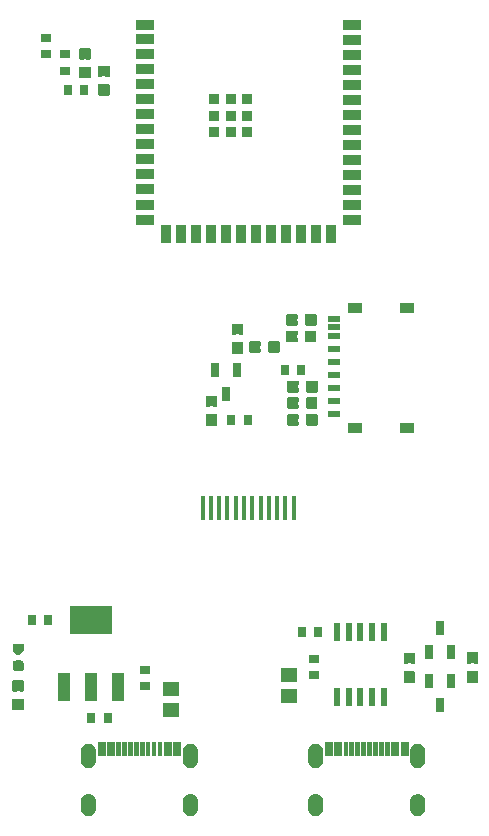
<source format=gbr>
%TF.GenerationSoftware,KiCad,Pcbnew,(6.0.2)*%
%TF.CreationDate,2022-08-25T15:18:49+08:00*%
%TF.ProjectId,ESP32S3_LCD_Card,45535033-3253-4335-9f4c-43445f436172,rev?*%
%TF.SameCoordinates,Original*%
%TF.FileFunction,Paste,Top*%
%TF.FilePolarity,Positive*%
%FSLAX46Y46*%
G04 Gerber Fmt 4.6, Leading zero omitted, Abs format (unit mm)*
G04 Created by KiCad (PCBNEW (6.0.2)) date 2022-08-25 15:18:49*
%MOMM*%
%LPD*%
G01*
G04 APERTURE LIST*
%ADD10C,0.120000*%
%ADD11R,0.806000X0.864000*%
%ADD12R,0.900000X0.800000*%
%ADD13R,0.864000X0.806000*%
%ADD14R,1.470000X1.160000*%
%ADD15R,0.600000X1.500000*%
%ADD16R,0.600000X1.150000*%
%ADD17R,0.300000X1.150000*%
%ADD18R,0.980000X2.470000*%
%ADD19R,3.600000X2.470000*%
%ADD20R,0.864000X0.800000*%
%ADD21R,0.800000X0.900000*%
%ADD22R,1.500000X0.900000*%
%ADD23R,0.900000X1.500000*%
%ADD24R,0.900000X0.900000*%
%ADD25R,1.000000X0.500000*%
%ADD26R,1.200000X0.950000*%
%ADD27R,0.700000X1.250000*%
%ADD28R,0.350000X2.000000*%
G04 APERTURE END LIST*
D10*
%TO.C,R10*%
X145325318Y-100666722D02*
X145325318Y-100438722D01*
X145325318Y-100438722D02*
X145705318Y-100438722D01*
X145705318Y-100438722D02*
X145705318Y-100108722D01*
X145705318Y-100108722D02*
X145325318Y-100108722D01*
X145325318Y-100108722D02*
X145325318Y-99866722D01*
X145325318Y-99866722D02*
X145375318Y-99816722D01*
X145375318Y-99816722D02*
X146165318Y-99816722D01*
X146165318Y-99816722D02*
X146215318Y-99866722D01*
X146215318Y-99866722D02*
X146215318Y-100666722D01*
X146215318Y-100666722D02*
X146165318Y-100716722D01*
X146165318Y-100716722D02*
X145375318Y-100716722D01*
X145375318Y-100716722D02*
X145325318Y-100666722D01*
G36*
X146215318Y-99866722D02*
G01*
X146215318Y-100666722D01*
X146165318Y-100716722D01*
X145375318Y-100716722D01*
X145325318Y-100666722D01*
X145325318Y-100438722D01*
X145705318Y-100438722D01*
X145705318Y-100108722D01*
X145325318Y-100108722D01*
X145325318Y-99866722D01*
X145375318Y-99816722D01*
X146165318Y-99816722D01*
X146215318Y-99866722D01*
G37*
X146215318Y-99866722D02*
X146215318Y-100666722D01*
X146165318Y-100716722D01*
X145375318Y-100716722D01*
X145325318Y-100666722D01*
X145325318Y-100438722D01*
X145705318Y-100438722D01*
X145705318Y-100108722D01*
X145325318Y-100108722D01*
X145325318Y-99866722D01*
X145375318Y-99816722D01*
X146165318Y-99816722D01*
X146215318Y-99866722D01*
X143775318Y-100716722D02*
X144575318Y-100716722D01*
X144575318Y-100716722D02*
X144625318Y-100666722D01*
X144625318Y-100666722D02*
X144625318Y-100438722D01*
X144625318Y-100438722D02*
X144255318Y-100438722D01*
X144255318Y-100438722D02*
X144255318Y-100108722D01*
X144255318Y-100108722D02*
X144625318Y-100108722D01*
X144625318Y-100108722D02*
X144625318Y-99866722D01*
X144625318Y-99866722D02*
X144575318Y-99816722D01*
X144575318Y-99816722D02*
X143775318Y-99816722D01*
X143775318Y-99816722D02*
X143725318Y-99866722D01*
X143725318Y-99866722D02*
X143725318Y-100666722D01*
X143725318Y-100666722D02*
X143775318Y-100716722D01*
G36*
X144625318Y-99866722D02*
G01*
X144625318Y-100108722D01*
X144255318Y-100108722D01*
X144255318Y-100438722D01*
X144625318Y-100438722D01*
X144625318Y-100666722D01*
X144575318Y-100716722D01*
X143775318Y-100716722D01*
X143725318Y-100666722D01*
X143725318Y-99866722D01*
X143775318Y-99816722D01*
X144575318Y-99816722D01*
X144625318Y-99866722D01*
G37*
X144625318Y-99866722D02*
X144625318Y-100108722D01*
X144255318Y-100108722D01*
X144255318Y-100438722D01*
X144625318Y-100438722D01*
X144625318Y-100666722D01*
X144575318Y-100716722D01*
X143775318Y-100716722D01*
X143725318Y-100666722D01*
X143725318Y-99866722D01*
X143775318Y-99816722D01*
X144575318Y-99816722D01*
X144625318Y-99866722D01*
%TO.C,R5*%
X137786822Y-109157991D02*
X137786822Y-108357991D01*
X137786822Y-108357991D02*
X137736822Y-108307991D01*
X137736822Y-108307991D02*
X137508822Y-108307991D01*
X137508822Y-108307991D02*
X137508822Y-108677991D01*
X137508822Y-108677991D02*
X137178822Y-108677991D01*
X137178822Y-108677991D02*
X137178822Y-108307991D01*
X137178822Y-108307991D02*
X136936822Y-108307991D01*
X136936822Y-108307991D02*
X136886822Y-108357991D01*
X136886822Y-108357991D02*
X136886822Y-109157991D01*
X136886822Y-109157991D02*
X136936822Y-109207991D01*
X136936822Y-109207991D02*
X137736822Y-109207991D01*
X137736822Y-109207991D02*
X137786822Y-109157991D01*
G36*
X137178822Y-108677991D02*
G01*
X137508822Y-108677991D01*
X137508822Y-108307991D01*
X137736822Y-108307991D01*
X137786822Y-108357991D01*
X137786822Y-109157991D01*
X137736822Y-109207991D01*
X136936822Y-109207991D01*
X136886822Y-109157991D01*
X136886822Y-108357991D01*
X136936822Y-108307991D01*
X137178822Y-108307991D01*
X137178822Y-108677991D01*
G37*
X137178822Y-108677991D02*
X137508822Y-108677991D01*
X137508822Y-108307991D01*
X137736822Y-108307991D01*
X137786822Y-108357991D01*
X137786822Y-109157991D01*
X137736822Y-109207991D01*
X136936822Y-109207991D01*
X136886822Y-109157991D01*
X136886822Y-108357991D01*
X136936822Y-108307991D01*
X137178822Y-108307991D01*
X137178822Y-108677991D01*
X137736822Y-107607991D02*
X137508822Y-107607991D01*
X137508822Y-107607991D02*
X137508822Y-107227991D01*
X137508822Y-107227991D02*
X137178822Y-107227991D01*
X137178822Y-107227991D02*
X137178822Y-107607991D01*
X137178822Y-107607991D02*
X136936822Y-107607991D01*
X136936822Y-107607991D02*
X136886822Y-107557991D01*
X136886822Y-107557991D02*
X136886822Y-106767991D01*
X136886822Y-106767991D02*
X136936822Y-106717991D01*
X136936822Y-106717991D02*
X137736822Y-106717991D01*
X137736822Y-106717991D02*
X137786822Y-106767991D01*
X137786822Y-106767991D02*
X137786822Y-107557991D01*
X137786822Y-107557991D02*
X137736822Y-107607991D01*
G36*
X137786822Y-106767991D02*
G01*
X137786822Y-107557991D01*
X137736822Y-107607991D01*
X137508822Y-107607991D01*
X137508822Y-107227991D01*
X137178822Y-107227991D01*
X137178822Y-107607991D01*
X136936822Y-107607991D01*
X136886822Y-107557991D01*
X136886822Y-106767991D01*
X136936822Y-106717991D01*
X137736822Y-106717991D01*
X137786822Y-106767991D01*
G37*
X137786822Y-106767991D02*
X137786822Y-107557991D01*
X137736822Y-107607991D01*
X137508822Y-107607991D01*
X137508822Y-107227991D01*
X137178822Y-107227991D01*
X137178822Y-107607991D01*
X136936822Y-107607991D01*
X136886822Y-107557991D01*
X136886822Y-106767991D01*
X136936822Y-106717991D01*
X137736822Y-106717991D01*
X137786822Y-106767991D01*
%TO.C,USB*%
X134956822Y-136773991D02*
X134968822Y-136655991D01*
X134968822Y-136655991D02*
X135002822Y-136543991D01*
X135002822Y-136543991D02*
X135057822Y-136439991D01*
X135057822Y-136439991D02*
X135132822Y-136348991D01*
X135132822Y-136348991D02*
X135223822Y-136274991D01*
X135223822Y-136274991D02*
X135326822Y-136218991D01*
X135326822Y-136218991D02*
X135439822Y-136184991D01*
X135439822Y-136184991D02*
X135556822Y-136173991D01*
X135556822Y-136173991D02*
X135673822Y-136184991D01*
X135673822Y-136184991D02*
X135786822Y-136218991D01*
X135786822Y-136218991D02*
X135889822Y-136274991D01*
X135889822Y-136274991D02*
X135980822Y-136348991D01*
X135980822Y-136348991D02*
X136055822Y-136439991D01*
X136055822Y-136439991D02*
X136110822Y-136543991D01*
X136110822Y-136543991D02*
X136145822Y-136655991D01*
X136145822Y-136655991D02*
X136156822Y-136773991D01*
X136156822Y-136773991D02*
X136156822Y-137573991D01*
X136156822Y-137573991D02*
X136145822Y-137690991D01*
X136145822Y-137690991D02*
X136110822Y-137802991D01*
X136110822Y-137802991D02*
X136055822Y-137906991D01*
X136055822Y-137906991D02*
X135980822Y-137997991D01*
X135980822Y-137997991D02*
X135889822Y-138071991D01*
X135889822Y-138071991D02*
X135786822Y-138127991D01*
X135786822Y-138127991D02*
X135673822Y-138161991D01*
X135673822Y-138161991D02*
X135556822Y-138173991D01*
X135556822Y-138173991D02*
X135439822Y-138161991D01*
X135439822Y-138161991D02*
X135326822Y-138127991D01*
X135326822Y-138127991D02*
X135223822Y-138071991D01*
X135223822Y-138071991D02*
X135132822Y-137997991D01*
X135132822Y-137997991D02*
X135057822Y-137906991D01*
X135057822Y-137906991D02*
X135002822Y-137802991D01*
X135002822Y-137802991D02*
X134968822Y-137690991D01*
X134968822Y-137690991D02*
X134956822Y-137573991D01*
X134956822Y-137573991D02*
X134956822Y-136773991D01*
G36*
X135673822Y-136184991D02*
G01*
X135786822Y-136218991D01*
X135889822Y-136274991D01*
X135980822Y-136348991D01*
X136055822Y-136439991D01*
X136110822Y-136543991D01*
X136145822Y-136655991D01*
X136156822Y-136773991D01*
X136156822Y-137573991D01*
X136145822Y-137690991D01*
X136110822Y-137802991D01*
X136055822Y-137906991D01*
X135980822Y-137997991D01*
X135889822Y-138071991D01*
X135786822Y-138127991D01*
X135673822Y-138161991D01*
X135556822Y-138173991D01*
X135439822Y-138161991D01*
X135326822Y-138127991D01*
X135223822Y-138071991D01*
X135132822Y-137997991D01*
X135057822Y-137906991D01*
X135002822Y-137802991D01*
X134968822Y-137690991D01*
X134956822Y-137573991D01*
X134956822Y-136773991D01*
X134968822Y-136655991D01*
X135002822Y-136543991D01*
X135057822Y-136439991D01*
X135132822Y-136348991D01*
X135223822Y-136274991D01*
X135326822Y-136218991D01*
X135439822Y-136184991D01*
X135556822Y-136173991D01*
X135673822Y-136184991D01*
G37*
X135673822Y-136184991D02*
X135786822Y-136218991D01*
X135889822Y-136274991D01*
X135980822Y-136348991D01*
X136055822Y-136439991D01*
X136110822Y-136543991D01*
X136145822Y-136655991D01*
X136156822Y-136773991D01*
X136156822Y-137573991D01*
X136145822Y-137690991D01*
X136110822Y-137802991D01*
X136055822Y-137906991D01*
X135980822Y-137997991D01*
X135889822Y-138071991D01*
X135786822Y-138127991D01*
X135673822Y-138161991D01*
X135556822Y-138173991D01*
X135439822Y-138161991D01*
X135326822Y-138127991D01*
X135223822Y-138071991D01*
X135132822Y-137997991D01*
X135057822Y-137906991D01*
X135002822Y-137802991D01*
X134968822Y-137690991D01*
X134956822Y-137573991D01*
X134956822Y-136773991D01*
X134968822Y-136655991D01*
X135002822Y-136543991D01*
X135057822Y-136439991D01*
X135132822Y-136348991D01*
X135223822Y-136274991D01*
X135326822Y-136218991D01*
X135439822Y-136184991D01*
X135556822Y-136173991D01*
X135673822Y-136184991D01*
X132336822Y-136022991D02*
X132636822Y-136022991D01*
X132636822Y-136022991D02*
X132636822Y-137172991D01*
X132636822Y-137172991D02*
X132336822Y-137172991D01*
X132336822Y-137172991D02*
X132336822Y-136022991D01*
G36*
X132636822Y-137172991D02*
G01*
X132336822Y-137172991D01*
X132336822Y-136022991D01*
X132636822Y-136022991D01*
X132636822Y-137172991D01*
G37*
X132636822Y-137172991D02*
X132336822Y-137172991D01*
X132336822Y-136022991D01*
X132636822Y-136022991D01*
X132636822Y-137172991D01*
X132836822Y-136022991D02*
X133136822Y-136022991D01*
X133136822Y-136022991D02*
X133136822Y-137172991D01*
X133136822Y-137172991D02*
X132836822Y-137172991D01*
X132836822Y-137172991D02*
X132836822Y-136022991D01*
G36*
X133136822Y-137172991D02*
G01*
X132836822Y-137172991D01*
X132836822Y-136022991D01*
X133136822Y-136022991D01*
X133136822Y-137172991D01*
G37*
X133136822Y-137172991D02*
X132836822Y-137172991D01*
X132836822Y-136022991D01*
X133136822Y-136022991D01*
X133136822Y-137172991D01*
X128536822Y-136022991D02*
X129136822Y-136022991D01*
X129136822Y-136022991D02*
X129136822Y-137172991D01*
X129136822Y-137172991D02*
X128536822Y-137172991D01*
X128536822Y-137172991D02*
X128536822Y-136022991D01*
G36*
X129136822Y-137172991D02*
G01*
X128536822Y-137172991D01*
X128536822Y-136022991D01*
X129136822Y-136022991D01*
X129136822Y-137172991D01*
G37*
X129136822Y-137172991D02*
X128536822Y-137172991D01*
X128536822Y-136022991D01*
X129136822Y-136022991D01*
X129136822Y-137172991D01*
X126316822Y-141053991D02*
X126327822Y-140936991D01*
X126327822Y-140936991D02*
X126362822Y-140823991D01*
X126362822Y-140823991D02*
X126417822Y-140719991D01*
X126417822Y-140719991D02*
X126492822Y-140628991D01*
X126492822Y-140628991D02*
X126583822Y-140554991D01*
X126583822Y-140554991D02*
X126686822Y-140498991D01*
X126686822Y-140498991D02*
X126799822Y-140464991D01*
X126799822Y-140464991D02*
X126916822Y-140453991D01*
X126916822Y-140453991D02*
X127033822Y-140464991D01*
X127033822Y-140464991D02*
X127146822Y-140498991D01*
X127146822Y-140498991D02*
X127249822Y-140554991D01*
X127249822Y-140554991D02*
X127340822Y-140628991D01*
X127340822Y-140628991D02*
X127415822Y-140719991D01*
X127415822Y-140719991D02*
X127470822Y-140823991D01*
X127470822Y-140823991D02*
X127504822Y-140936991D01*
X127504822Y-140936991D02*
X127516822Y-141053991D01*
X127516822Y-141053991D02*
X127516822Y-141653991D01*
X127516822Y-141653991D02*
X127504822Y-141770991D01*
X127504822Y-141770991D02*
X127470822Y-141882991D01*
X127470822Y-141882991D02*
X127415822Y-141986991D01*
X127415822Y-141986991D02*
X127340822Y-142077991D01*
X127340822Y-142077991D02*
X127249822Y-142151991D01*
X127249822Y-142151991D02*
X127146822Y-142207991D01*
X127146822Y-142207991D02*
X127033822Y-142241991D01*
X127033822Y-142241991D02*
X126916822Y-142253991D01*
X126916822Y-142253991D02*
X126799822Y-142241991D01*
X126799822Y-142241991D02*
X126686822Y-142207991D01*
X126686822Y-142207991D02*
X126583822Y-142151991D01*
X126583822Y-142151991D02*
X126492822Y-142077991D01*
X126492822Y-142077991D02*
X126417822Y-141986991D01*
X126417822Y-141986991D02*
X126362822Y-141882991D01*
X126362822Y-141882991D02*
X126327822Y-141770991D01*
X126327822Y-141770991D02*
X126316822Y-141653991D01*
X126316822Y-141653991D02*
X126316822Y-141053991D01*
G36*
X127033822Y-140464991D02*
G01*
X127146822Y-140498991D01*
X127249822Y-140554991D01*
X127340822Y-140628991D01*
X127415822Y-140719991D01*
X127470822Y-140823991D01*
X127504822Y-140936991D01*
X127516822Y-141053991D01*
X127516822Y-141653991D01*
X127504822Y-141770991D01*
X127470822Y-141882991D01*
X127415822Y-141986991D01*
X127340822Y-142077991D01*
X127249822Y-142151991D01*
X127146822Y-142207991D01*
X127033822Y-142241991D01*
X126916822Y-142253991D01*
X126799822Y-142241991D01*
X126686822Y-142207991D01*
X126583822Y-142151991D01*
X126492822Y-142077991D01*
X126417822Y-141986991D01*
X126362822Y-141882991D01*
X126327822Y-141770991D01*
X126316822Y-141653991D01*
X126316822Y-141053991D01*
X126327822Y-140936991D01*
X126362822Y-140823991D01*
X126417822Y-140719991D01*
X126492822Y-140628991D01*
X126583822Y-140554991D01*
X126686822Y-140498991D01*
X126799822Y-140464991D01*
X126916822Y-140453991D01*
X127033822Y-140464991D01*
G37*
X127033822Y-140464991D02*
X127146822Y-140498991D01*
X127249822Y-140554991D01*
X127340822Y-140628991D01*
X127415822Y-140719991D01*
X127470822Y-140823991D01*
X127504822Y-140936991D01*
X127516822Y-141053991D01*
X127516822Y-141653991D01*
X127504822Y-141770991D01*
X127470822Y-141882991D01*
X127415822Y-141986991D01*
X127340822Y-142077991D01*
X127249822Y-142151991D01*
X127146822Y-142207991D01*
X127033822Y-142241991D01*
X126916822Y-142253991D01*
X126799822Y-142241991D01*
X126686822Y-142207991D01*
X126583822Y-142151991D01*
X126492822Y-142077991D01*
X126417822Y-141986991D01*
X126362822Y-141882991D01*
X126327822Y-141770991D01*
X126316822Y-141653991D01*
X126316822Y-141053991D01*
X126327822Y-140936991D01*
X126362822Y-140823991D01*
X126417822Y-140719991D01*
X126492822Y-140628991D01*
X126583822Y-140554991D01*
X126686822Y-140498991D01*
X126799822Y-140464991D01*
X126916822Y-140453991D01*
X127033822Y-140464991D01*
X129836822Y-136022991D02*
X130136822Y-136022991D01*
X130136822Y-136022991D02*
X130136822Y-137172991D01*
X130136822Y-137172991D02*
X129836822Y-137172991D01*
X129836822Y-137172991D02*
X129836822Y-136022991D01*
G36*
X130136822Y-137172991D02*
G01*
X129836822Y-137172991D01*
X129836822Y-136022991D01*
X130136822Y-136022991D01*
X130136822Y-137172991D01*
G37*
X130136822Y-137172991D02*
X129836822Y-137172991D01*
X129836822Y-136022991D01*
X130136822Y-136022991D01*
X130136822Y-137172991D01*
X131336822Y-136022991D02*
X131636822Y-136022991D01*
X131636822Y-136022991D02*
X131636822Y-137172991D01*
X131636822Y-137172991D02*
X131336822Y-137172991D01*
X131336822Y-137172991D02*
X131336822Y-136022991D01*
G36*
X131636822Y-137172991D02*
G01*
X131336822Y-137172991D01*
X131336822Y-136022991D01*
X131636822Y-136022991D01*
X131636822Y-137172991D01*
G37*
X131636822Y-137172991D02*
X131336822Y-137172991D01*
X131336822Y-136022991D01*
X131636822Y-136022991D01*
X131636822Y-137172991D01*
X129336822Y-136022991D02*
X129636822Y-136022991D01*
X129636822Y-136022991D02*
X129636822Y-137172991D01*
X129636822Y-137172991D02*
X129336822Y-137172991D01*
X129336822Y-137172991D02*
X129336822Y-136022991D01*
G36*
X129636822Y-137172991D02*
G01*
X129336822Y-137172991D01*
X129336822Y-136022991D01*
X129636822Y-136022991D01*
X129636822Y-137172991D01*
G37*
X129636822Y-137172991D02*
X129336822Y-137172991D01*
X129336822Y-136022991D01*
X129636822Y-136022991D01*
X129636822Y-137172991D01*
X127736822Y-136023991D02*
X128336822Y-136023991D01*
X128336822Y-136023991D02*
X128336822Y-137173991D01*
X128336822Y-137173991D02*
X127736822Y-137173991D01*
X127736822Y-137173991D02*
X127736822Y-136023991D01*
G36*
X128336822Y-137173991D02*
G01*
X127736822Y-137173991D01*
X127736822Y-136023991D01*
X128336822Y-136023991D01*
X128336822Y-137173991D01*
G37*
X128336822Y-137173991D02*
X127736822Y-137173991D01*
X127736822Y-136023991D01*
X128336822Y-136023991D01*
X128336822Y-137173991D01*
X134154822Y-136022991D02*
X134754822Y-136022991D01*
X134754822Y-136022991D02*
X134754822Y-137172991D01*
X134754822Y-137172991D02*
X134154822Y-137172991D01*
X134154822Y-137172991D02*
X134154822Y-136022991D01*
G36*
X134754822Y-137172991D02*
G01*
X134154822Y-137172991D01*
X134154822Y-136022991D01*
X134754822Y-136022991D01*
X134754822Y-137172991D01*
G37*
X134754822Y-137172991D02*
X134154822Y-137172991D01*
X134154822Y-136022991D01*
X134754822Y-136022991D01*
X134754822Y-137172991D01*
X131836822Y-136022991D02*
X132136822Y-136022991D01*
X132136822Y-136022991D02*
X132136822Y-137172991D01*
X132136822Y-137172991D02*
X131836822Y-137172991D01*
X131836822Y-137172991D02*
X131836822Y-136022991D01*
G36*
X132136822Y-137172991D02*
G01*
X131836822Y-137172991D01*
X131836822Y-136022991D01*
X132136822Y-136022991D01*
X132136822Y-137172991D01*
G37*
X132136822Y-137172991D02*
X131836822Y-137172991D01*
X131836822Y-136022991D01*
X132136822Y-136022991D01*
X132136822Y-137172991D01*
X133336822Y-136022991D02*
X133936822Y-136022991D01*
X133936822Y-136022991D02*
X133936822Y-137172991D01*
X133936822Y-137172991D02*
X133336822Y-137172991D01*
X133336822Y-137172991D02*
X133336822Y-136022991D01*
G36*
X133936822Y-137172991D02*
G01*
X133336822Y-137172991D01*
X133336822Y-136022991D01*
X133936822Y-136022991D01*
X133936822Y-137172991D01*
G37*
X133936822Y-137172991D02*
X133336822Y-137172991D01*
X133336822Y-136022991D01*
X133936822Y-136022991D01*
X133936822Y-137172991D01*
X126316822Y-136773991D02*
X126327822Y-136655991D01*
X126327822Y-136655991D02*
X126362822Y-136543991D01*
X126362822Y-136543991D02*
X126417822Y-136439991D01*
X126417822Y-136439991D02*
X126492822Y-136348991D01*
X126492822Y-136348991D02*
X126583822Y-136274991D01*
X126583822Y-136274991D02*
X126686822Y-136218991D01*
X126686822Y-136218991D02*
X126799822Y-136184991D01*
X126799822Y-136184991D02*
X126916822Y-136173991D01*
X126916822Y-136173991D02*
X127033822Y-136184991D01*
X127033822Y-136184991D02*
X127146822Y-136218991D01*
X127146822Y-136218991D02*
X127249822Y-136274991D01*
X127249822Y-136274991D02*
X127340822Y-136348991D01*
X127340822Y-136348991D02*
X127415822Y-136439991D01*
X127415822Y-136439991D02*
X127470822Y-136543991D01*
X127470822Y-136543991D02*
X127504822Y-136655991D01*
X127504822Y-136655991D02*
X127516822Y-136773991D01*
X127516822Y-136773991D02*
X127516822Y-137573991D01*
X127516822Y-137573991D02*
X127504822Y-137690991D01*
X127504822Y-137690991D02*
X127470822Y-137802991D01*
X127470822Y-137802991D02*
X127415822Y-137906991D01*
X127415822Y-137906991D02*
X127340822Y-137997991D01*
X127340822Y-137997991D02*
X127249822Y-138071991D01*
X127249822Y-138071991D02*
X127146822Y-138127991D01*
X127146822Y-138127991D02*
X127033822Y-138161991D01*
X127033822Y-138161991D02*
X126916822Y-138173991D01*
X126916822Y-138173991D02*
X126799822Y-138161991D01*
X126799822Y-138161991D02*
X126686822Y-138127991D01*
X126686822Y-138127991D02*
X126583822Y-138071991D01*
X126583822Y-138071991D02*
X126492822Y-137997991D01*
X126492822Y-137997991D02*
X126417822Y-137906991D01*
X126417822Y-137906991D02*
X126362822Y-137802991D01*
X126362822Y-137802991D02*
X126327822Y-137690991D01*
X126327822Y-137690991D02*
X126316822Y-137573991D01*
X126316822Y-137573991D02*
X126316822Y-136773991D01*
G36*
X127033822Y-136184991D02*
G01*
X127146822Y-136218991D01*
X127249822Y-136274991D01*
X127340822Y-136348991D01*
X127415822Y-136439991D01*
X127470822Y-136543991D01*
X127504822Y-136655991D01*
X127516822Y-136773991D01*
X127516822Y-137573991D01*
X127504822Y-137690991D01*
X127470822Y-137802991D01*
X127415822Y-137906991D01*
X127340822Y-137997991D01*
X127249822Y-138071991D01*
X127146822Y-138127991D01*
X127033822Y-138161991D01*
X126916822Y-138173991D01*
X126799822Y-138161991D01*
X126686822Y-138127991D01*
X126583822Y-138071991D01*
X126492822Y-137997991D01*
X126417822Y-137906991D01*
X126362822Y-137802991D01*
X126327822Y-137690991D01*
X126316822Y-137573991D01*
X126316822Y-136773991D01*
X126327822Y-136655991D01*
X126362822Y-136543991D01*
X126417822Y-136439991D01*
X126492822Y-136348991D01*
X126583822Y-136274991D01*
X126686822Y-136218991D01*
X126799822Y-136184991D01*
X126916822Y-136173991D01*
X127033822Y-136184991D01*
G37*
X127033822Y-136184991D02*
X127146822Y-136218991D01*
X127249822Y-136274991D01*
X127340822Y-136348991D01*
X127415822Y-136439991D01*
X127470822Y-136543991D01*
X127504822Y-136655991D01*
X127516822Y-136773991D01*
X127516822Y-137573991D01*
X127504822Y-137690991D01*
X127470822Y-137802991D01*
X127415822Y-137906991D01*
X127340822Y-137997991D01*
X127249822Y-138071991D01*
X127146822Y-138127991D01*
X127033822Y-138161991D01*
X126916822Y-138173991D01*
X126799822Y-138161991D01*
X126686822Y-138127991D01*
X126583822Y-138071991D01*
X126492822Y-137997991D01*
X126417822Y-137906991D01*
X126362822Y-137802991D01*
X126327822Y-137690991D01*
X126316822Y-137573991D01*
X126316822Y-136773991D01*
X126327822Y-136655991D01*
X126362822Y-136543991D01*
X126417822Y-136439991D01*
X126492822Y-136348991D01*
X126583822Y-136274991D01*
X126686822Y-136218991D01*
X126799822Y-136184991D01*
X126916822Y-136173991D01*
X127033822Y-136184991D01*
X130836822Y-136022991D02*
X131136822Y-136022991D01*
X131136822Y-136022991D02*
X131136822Y-137172991D01*
X131136822Y-137172991D02*
X130836822Y-137172991D01*
X130836822Y-137172991D02*
X130836822Y-136022991D01*
G36*
X131136822Y-137172991D02*
G01*
X130836822Y-137172991D01*
X130836822Y-136022991D01*
X131136822Y-136022991D01*
X131136822Y-137172991D01*
G37*
X131136822Y-137172991D02*
X130836822Y-137172991D01*
X130836822Y-136022991D01*
X131136822Y-136022991D01*
X131136822Y-137172991D01*
X130336822Y-136022991D02*
X130636822Y-136022991D01*
X130636822Y-136022991D02*
X130636822Y-137172991D01*
X130636822Y-137172991D02*
X130336822Y-137172991D01*
X130336822Y-137172991D02*
X130336822Y-136022991D01*
G36*
X130636822Y-137172991D02*
G01*
X130336822Y-137172991D01*
X130336822Y-136022991D01*
X130636822Y-136022991D01*
X130636822Y-137172991D01*
G37*
X130636822Y-137172991D02*
X130336822Y-137172991D01*
X130336822Y-136022991D01*
X130636822Y-136022991D01*
X130636822Y-137172991D01*
X134956822Y-141053991D02*
X134968822Y-140936991D01*
X134968822Y-140936991D02*
X135002822Y-140823991D01*
X135002822Y-140823991D02*
X135057822Y-140719991D01*
X135057822Y-140719991D02*
X135132822Y-140628991D01*
X135132822Y-140628991D02*
X135223822Y-140554991D01*
X135223822Y-140554991D02*
X135326822Y-140498991D01*
X135326822Y-140498991D02*
X135439822Y-140464991D01*
X135439822Y-140464991D02*
X135556822Y-140453991D01*
X135556822Y-140453991D02*
X135673822Y-140464991D01*
X135673822Y-140464991D02*
X135786822Y-140498991D01*
X135786822Y-140498991D02*
X135889822Y-140554991D01*
X135889822Y-140554991D02*
X135980822Y-140628991D01*
X135980822Y-140628991D02*
X136055822Y-140719991D01*
X136055822Y-140719991D02*
X136110822Y-140823991D01*
X136110822Y-140823991D02*
X136145822Y-140936991D01*
X136145822Y-140936991D02*
X136156822Y-141053991D01*
X136156822Y-141053991D02*
X136156822Y-141653991D01*
X136156822Y-141653991D02*
X136145822Y-141770991D01*
X136145822Y-141770991D02*
X136110822Y-141882991D01*
X136110822Y-141882991D02*
X136055822Y-141986991D01*
X136055822Y-141986991D02*
X135980822Y-142077991D01*
X135980822Y-142077991D02*
X135889822Y-142151991D01*
X135889822Y-142151991D02*
X135786822Y-142207991D01*
X135786822Y-142207991D02*
X135673822Y-142241991D01*
X135673822Y-142241991D02*
X135556822Y-142253991D01*
X135556822Y-142253991D02*
X135439822Y-142241991D01*
X135439822Y-142241991D02*
X135326822Y-142207991D01*
X135326822Y-142207991D02*
X135223822Y-142151991D01*
X135223822Y-142151991D02*
X135132822Y-142077991D01*
X135132822Y-142077991D02*
X135057822Y-141986991D01*
X135057822Y-141986991D02*
X135002822Y-141882991D01*
X135002822Y-141882991D02*
X134968822Y-141770991D01*
X134968822Y-141770991D02*
X134956822Y-141653991D01*
X134956822Y-141653991D02*
X134956822Y-141053991D01*
G36*
X135673822Y-140464991D02*
G01*
X135786822Y-140498991D01*
X135889822Y-140554991D01*
X135980822Y-140628991D01*
X136055822Y-140719991D01*
X136110822Y-140823991D01*
X136145822Y-140936991D01*
X136156822Y-141053991D01*
X136156822Y-141653991D01*
X136145822Y-141770991D01*
X136110822Y-141882991D01*
X136055822Y-141986991D01*
X135980822Y-142077991D01*
X135889822Y-142151991D01*
X135786822Y-142207991D01*
X135673822Y-142241991D01*
X135556822Y-142253991D01*
X135439822Y-142241991D01*
X135326822Y-142207991D01*
X135223822Y-142151991D01*
X135132822Y-142077991D01*
X135057822Y-141986991D01*
X135002822Y-141882991D01*
X134968822Y-141770991D01*
X134956822Y-141653991D01*
X134956822Y-141053991D01*
X134968822Y-140936991D01*
X135002822Y-140823991D01*
X135057822Y-140719991D01*
X135132822Y-140628991D01*
X135223822Y-140554991D01*
X135326822Y-140498991D01*
X135439822Y-140464991D01*
X135556822Y-140453991D01*
X135673822Y-140464991D01*
G37*
X135673822Y-140464991D02*
X135786822Y-140498991D01*
X135889822Y-140554991D01*
X135980822Y-140628991D01*
X136055822Y-140719991D01*
X136110822Y-140823991D01*
X136145822Y-140936991D01*
X136156822Y-141053991D01*
X136156822Y-141653991D01*
X136145822Y-141770991D01*
X136110822Y-141882991D01*
X136055822Y-141986991D01*
X135980822Y-142077991D01*
X135889822Y-142151991D01*
X135786822Y-142207991D01*
X135673822Y-142241991D01*
X135556822Y-142253991D01*
X135439822Y-142241991D01*
X135326822Y-142207991D01*
X135223822Y-142151991D01*
X135132822Y-142077991D01*
X135057822Y-141986991D01*
X135002822Y-141882991D01*
X134968822Y-141770991D01*
X134956822Y-141653991D01*
X134956822Y-141053991D01*
X134968822Y-140936991D01*
X135002822Y-140823991D01*
X135057822Y-140719991D01*
X135132822Y-140628991D01*
X135223822Y-140554991D01*
X135326822Y-140498991D01*
X135439822Y-140464991D01*
X135556822Y-140453991D01*
X135673822Y-140464991D01*
%TO.C,POW*%
X121140822Y-129076991D02*
X120864822Y-129076991D01*
X120864822Y-129076991D02*
X120570822Y-129350991D01*
X120570822Y-129350991D02*
X120570822Y-129854991D01*
X120570822Y-129854991D02*
X120634822Y-129918991D01*
X120634822Y-129918991D02*
X121370822Y-129918991D01*
X121370822Y-129918991D02*
X121434822Y-129854991D01*
X121434822Y-129854991D02*
X121434822Y-129350991D01*
X121434822Y-129350991D02*
X121140822Y-129076991D01*
G36*
X121434822Y-129350991D02*
G01*
X121434822Y-129854991D01*
X121370822Y-129918991D01*
X120634822Y-129918991D01*
X120570822Y-129854991D01*
X120570822Y-129350991D01*
X120864822Y-129076991D01*
X121140822Y-129076991D01*
X121434822Y-129350991D01*
G37*
X121434822Y-129350991D02*
X121434822Y-129854991D01*
X121370822Y-129918991D01*
X120634822Y-129918991D01*
X120570822Y-129854991D01*
X120570822Y-129350991D01*
X120864822Y-129076991D01*
X121140822Y-129076991D01*
X121434822Y-129350991D01*
X121129822Y-128560991D02*
X120852822Y-128560991D01*
X120852822Y-128560991D02*
X120559822Y-128286991D01*
X120559822Y-128286991D02*
X120559822Y-127783991D01*
X120559822Y-127783991D02*
X120623822Y-127719991D01*
X120623822Y-127719991D02*
X121359822Y-127719991D01*
X121359822Y-127719991D02*
X121423822Y-127783991D01*
X121423822Y-127783991D02*
X121423822Y-128286991D01*
X121423822Y-128286991D02*
X121129822Y-128560991D01*
G36*
X121423822Y-127783991D02*
G01*
X121423822Y-128286991D01*
X121129822Y-128560991D01*
X120852822Y-128560991D01*
X120559822Y-128286991D01*
X120559822Y-127783991D01*
X120623822Y-127719991D01*
X121359822Y-127719991D01*
X121423822Y-127783991D01*
G37*
X121423822Y-127783991D02*
X121423822Y-128286991D01*
X121129822Y-128560991D01*
X120852822Y-128560991D01*
X120559822Y-128286991D01*
X120559822Y-127783991D01*
X120623822Y-127719991D01*
X121359822Y-127719991D01*
X121423822Y-127783991D01*
%TO.C,R13*%
X159834515Y-129349463D02*
X159606515Y-129349463D01*
X159606515Y-129349463D02*
X159606515Y-128969463D01*
X159606515Y-128969463D02*
X159276515Y-128969463D01*
X159276515Y-128969463D02*
X159276515Y-129349463D01*
X159276515Y-129349463D02*
X159034515Y-129349463D01*
X159034515Y-129349463D02*
X158984515Y-129299463D01*
X158984515Y-129299463D02*
X158984515Y-128509463D01*
X158984515Y-128509463D02*
X159034515Y-128459463D01*
X159034515Y-128459463D02*
X159834515Y-128459463D01*
X159834515Y-128459463D02*
X159884515Y-128509463D01*
X159884515Y-128509463D02*
X159884515Y-129299463D01*
X159884515Y-129299463D02*
X159834515Y-129349463D01*
G36*
X159884515Y-128509463D02*
G01*
X159884515Y-129299463D01*
X159834515Y-129349463D01*
X159606515Y-129349463D01*
X159606515Y-128969463D01*
X159276515Y-128969463D01*
X159276515Y-129349463D01*
X159034515Y-129349463D01*
X158984515Y-129299463D01*
X158984515Y-128509463D01*
X159034515Y-128459463D01*
X159834515Y-128459463D01*
X159884515Y-128509463D01*
G37*
X159884515Y-128509463D02*
X159884515Y-129299463D01*
X159834515Y-129349463D01*
X159606515Y-129349463D01*
X159606515Y-128969463D01*
X159276515Y-128969463D01*
X159276515Y-129349463D01*
X159034515Y-129349463D01*
X158984515Y-129299463D01*
X158984515Y-128509463D01*
X159034515Y-128459463D01*
X159834515Y-128459463D01*
X159884515Y-128509463D01*
X159884515Y-130899463D02*
X159884515Y-130099463D01*
X159884515Y-130099463D02*
X159834515Y-130049463D01*
X159834515Y-130049463D02*
X159606515Y-130049463D01*
X159606515Y-130049463D02*
X159606515Y-130419463D01*
X159606515Y-130419463D02*
X159276515Y-130419463D01*
X159276515Y-130419463D02*
X159276515Y-130049463D01*
X159276515Y-130049463D02*
X159034515Y-130049463D01*
X159034515Y-130049463D02*
X158984515Y-130099463D01*
X158984515Y-130099463D02*
X158984515Y-130899463D01*
X158984515Y-130899463D02*
X159034515Y-130949463D01*
X159034515Y-130949463D02*
X159834515Y-130949463D01*
X159834515Y-130949463D02*
X159884515Y-130899463D01*
G36*
X159276515Y-130419463D02*
G01*
X159606515Y-130419463D01*
X159606515Y-130049463D01*
X159834515Y-130049463D01*
X159884515Y-130099463D01*
X159884515Y-130899463D01*
X159834515Y-130949463D01*
X159034515Y-130949463D01*
X158984515Y-130899463D01*
X158984515Y-130099463D01*
X159034515Y-130049463D01*
X159276515Y-130049463D01*
X159276515Y-130419463D01*
G37*
X159276515Y-130419463D02*
X159606515Y-130419463D01*
X159606515Y-130049463D01*
X159834515Y-130049463D01*
X159884515Y-130099463D01*
X159884515Y-130899463D01*
X159834515Y-130949463D01*
X159034515Y-130949463D01*
X158984515Y-130899463D01*
X158984515Y-130099463D01*
X159034515Y-130049463D01*
X159276515Y-130049463D01*
X159276515Y-130419463D01*
%TO.C,UART*%
X152586822Y-136022991D02*
X153186822Y-136022991D01*
X153186822Y-136022991D02*
X153186822Y-137172991D01*
X153186822Y-137172991D02*
X152586822Y-137172991D01*
X152586822Y-137172991D02*
X152586822Y-136022991D01*
G36*
X153186822Y-137172991D02*
G01*
X152586822Y-137172991D01*
X152586822Y-136022991D01*
X153186822Y-136022991D01*
X153186822Y-137172991D01*
G37*
X153186822Y-137172991D02*
X152586822Y-137172991D01*
X152586822Y-136022991D01*
X153186822Y-136022991D01*
X153186822Y-137172991D01*
X150586822Y-136022991D02*
X150886822Y-136022991D01*
X150886822Y-136022991D02*
X150886822Y-137172991D01*
X150886822Y-137172991D02*
X150586822Y-137172991D01*
X150586822Y-137172991D02*
X150586822Y-136022991D01*
G36*
X150886822Y-137172991D02*
G01*
X150586822Y-137172991D01*
X150586822Y-136022991D01*
X150886822Y-136022991D01*
X150886822Y-137172991D01*
G37*
X150886822Y-137172991D02*
X150586822Y-137172991D01*
X150586822Y-136022991D01*
X150886822Y-136022991D01*
X150886822Y-137172991D01*
X145566822Y-141053991D02*
X145577822Y-140936991D01*
X145577822Y-140936991D02*
X145612822Y-140823991D01*
X145612822Y-140823991D02*
X145667822Y-140719991D01*
X145667822Y-140719991D02*
X145742822Y-140628991D01*
X145742822Y-140628991D02*
X145833822Y-140554991D01*
X145833822Y-140554991D02*
X145936822Y-140498991D01*
X145936822Y-140498991D02*
X146049822Y-140464991D01*
X146049822Y-140464991D02*
X146166822Y-140453991D01*
X146166822Y-140453991D02*
X146283822Y-140464991D01*
X146283822Y-140464991D02*
X146396822Y-140498991D01*
X146396822Y-140498991D02*
X146499822Y-140554991D01*
X146499822Y-140554991D02*
X146590822Y-140628991D01*
X146590822Y-140628991D02*
X146665822Y-140719991D01*
X146665822Y-140719991D02*
X146720822Y-140823991D01*
X146720822Y-140823991D02*
X146754822Y-140936991D01*
X146754822Y-140936991D02*
X146766822Y-141053991D01*
X146766822Y-141053991D02*
X146766822Y-141653991D01*
X146766822Y-141653991D02*
X146754822Y-141770991D01*
X146754822Y-141770991D02*
X146720822Y-141882991D01*
X146720822Y-141882991D02*
X146665822Y-141986991D01*
X146665822Y-141986991D02*
X146590822Y-142077991D01*
X146590822Y-142077991D02*
X146499822Y-142151991D01*
X146499822Y-142151991D02*
X146396822Y-142207991D01*
X146396822Y-142207991D02*
X146283822Y-142241991D01*
X146283822Y-142241991D02*
X146166822Y-142253991D01*
X146166822Y-142253991D02*
X146049822Y-142241991D01*
X146049822Y-142241991D02*
X145936822Y-142207991D01*
X145936822Y-142207991D02*
X145833822Y-142151991D01*
X145833822Y-142151991D02*
X145742822Y-142077991D01*
X145742822Y-142077991D02*
X145667822Y-141986991D01*
X145667822Y-141986991D02*
X145612822Y-141882991D01*
X145612822Y-141882991D02*
X145577822Y-141770991D01*
X145577822Y-141770991D02*
X145566822Y-141653991D01*
X145566822Y-141653991D02*
X145566822Y-141053991D01*
G36*
X146283822Y-140464991D02*
G01*
X146396822Y-140498991D01*
X146499822Y-140554991D01*
X146590822Y-140628991D01*
X146665822Y-140719991D01*
X146720822Y-140823991D01*
X146754822Y-140936991D01*
X146766822Y-141053991D01*
X146766822Y-141653991D01*
X146754822Y-141770991D01*
X146720822Y-141882991D01*
X146665822Y-141986991D01*
X146590822Y-142077991D01*
X146499822Y-142151991D01*
X146396822Y-142207991D01*
X146283822Y-142241991D01*
X146166822Y-142253991D01*
X146049822Y-142241991D01*
X145936822Y-142207991D01*
X145833822Y-142151991D01*
X145742822Y-142077991D01*
X145667822Y-141986991D01*
X145612822Y-141882991D01*
X145577822Y-141770991D01*
X145566822Y-141653991D01*
X145566822Y-141053991D01*
X145577822Y-140936991D01*
X145612822Y-140823991D01*
X145667822Y-140719991D01*
X145742822Y-140628991D01*
X145833822Y-140554991D01*
X145936822Y-140498991D01*
X146049822Y-140464991D01*
X146166822Y-140453991D01*
X146283822Y-140464991D01*
G37*
X146283822Y-140464991D02*
X146396822Y-140498991D01*
X146499822Y-140554991D01*
X146590822Y-140628991D01*
X146665822Y-140719991D01*
X146720822Y-140823991D01*
X146754822Y-140936991D01*
X146766822Y-141053991D01*
X146766822Y-141653991D01*
X146754822Y-141770991D01*
X146720822Y-141882991D01*
X146665822Y-141986991D01*
X146590822Y-142077991D01*
X146499822Y-142151991D01*
X146396822Y-142207991D01*
X146283822Y-142241991D01*
X146166822Y-142253991D01*
X146049822Y-142241991D01*
X145936822Y-142207991D01*
X145833822Y-142151991D01*
X145742822Y-142077991D01*
X145667822Y-141986991D01*
X145612822Y-141882991D01*
X145577822Y-141770991D01*
X145566822Y-141653991D01*
X145566822Y-141053991D01*
X145577822Y-140936991D01*
X145612822Y-140823991D01*
X145667822Y-140719991D01*
X145742822Y-140628991D01*
X145833822Y-140554991D01*
X145936822Y-140498991D01*
X146049822Y-140464991D01*
X146166822Y-140453991D01*
X146283822Y-140464991D01*
X154206822Y-136773991D02*
X154218822Y-136655991D01*
X154218822Y-136655991D02*
X154252822Y-136543991D01*
X154252822Y-136543991D02*
X154307822Y-136439991D01*
X154307822Y-136439991D02*
X154382822Y-136348991D01*
X154382822Y-136348991D02*
X154473822Y-136274991D01*
X154473822Y-136274991D02*
X154576822Y-136218991D01*
X154576822Y-136218991D02*
X154689822Y-136184991D01*
X154689822Y-136184991D02*
X154806822Y-136173991D01*
X154806822Y-136173991D02*
X154923822Y-136184991D01*
X154923822Y-136184991D02*
X155036822Y-136218991D01*
X155036822Y-136218991D02*
X155139822Y-136274991D01*
X155139822Y-136274991D02*
X155230822Y-136348991D01*
X155230822Y-136348991D02*
X155305822Y-136439991D01*
X155305822Y-136439991D02*
X155360822Y-136543991D01*
X155360822Y-136543991D02*
X155395822Y-136655991D01*
X155395822Y-136655991D02*
X155406822Y-136773991D01*
X155406822Y-136773991D02*
X155406822Y-137573991D01*
X155406822Y-137573991D02*
X155395822Y-137690991D01*
X155395822Y-137690991D02*
X155360822Y-137802991D01*
X155360822Y-137802991D02*
X155305822Y-137906991D01*
X155305822Y-137906991D02*
X155230822Y-137997991D01*
X155230822Y-137997991D02*
X155139822Y-138071991D01*
X155139822Y-138071991D02*
X155036822Y-138127991D01*
X155036822Y-138127991D02*
X154923822Y-138161991D01*
X154923822Y-138161991D02*
X154806822Y-138173991D01*
X154806822Y-138173991D02*
X154689822Y-138161991D01*
X154689822Y-138161991D02*
X154576822Y-138127991D01*
X154576822Y-138127991D02*
X154473822Y-138071991D01*
X154473822Y-138071991D02*
X154382822Y-137997991D01*
X154382822Y-137997991D02*
X154307822Y-137906991D01*
X154307822Y-137906991D02*
X154252822Y-137802991D01*
X154252822Y-137802991D02*
X154218822Y-137690991D01*
X154218822Y-137690991D02*
X154206822Y-137573991D01*
X154206822Y-137573991D02*
X154206822Y-136773991D01*
G36*
X154923822Y-136184991D02*
G01*
X155036822Y-136218991D01*
X155139822Y-136274991D01*
X155230822Y-136348991D01*
X155305822Y-136439991D01*
X155360822Y-136543991D01*
X155395822Y-136655991D01*
X155406822Y-136773991D01*
X155406822Y-137573991D01*
X155395822Y-137690991D01*
X155360822Y-137802991D01*
X155305822Y-137906991D01*
X155230822Y-137997991D01*
X155139822Y-138071991D01*
X155036822Y-138127991D01*
X154923822Y-138161991D01*
X154806822Y-138173991D01*
X154689822Y-138161991D01*
X154576822Y-138127991D01*
X154473822Y-138071991D01*
X154382822Y-137997991D01*
X154307822Y-137906991D01*
X154252822Y-137802991D01*
X154218822Y-137690991D01*
X154206822Y-137573991D01*
X154206822Y-136773991D01*
X154218822Y-136655991D01*
X154252822Y-136543991D01*
X154307822Y-136439991D01*
X154382822Y-136348991D01*
X154473822Y-136274991D01*
X154576822Y-136218991D01*
X154689822Y-136184991D01*
X154806822Y-136173991D01*
X154923822Y-136184991D01*
G37*
X154923822Y-136184991D02*
X155036822Y-136218991D01*
X155139822Y-136274991D01*
X155230822Y-136348991D01*
X155305822Y-136439991D01*
X155360822Y-136543991D01*
X155395822Y-136655991D01*
X155406822Y-136773991D01*
X155406822Y-137573991D01*
X155395822Y-137690991D01*
X155360822Y-137802991D01*
X155305822Y-137906991D01*
X155230822Y-137997991D01*
X155139822Y-138071991D01*
X155036822Y-138127991D01*
X154923822Y-138161991D01*
X154806822Y-138173991D01*
X154689822Y-138161991D01*
X154576822Y-138127991D01*
X154473822Y-138071991D01*
X154382822Y-137997991D01*
X154307822Y-137906991D01*
X154252822Y-137802991D01*
X154218822Y-137690991D01*
X154206822Y-137573991D01*
X154206822Y-136773991D01*
X154218822Y-136655991D01*
X154252822Y-136543991D01*
X154307822Y-136439991D01*
X154382822Y-136348991D01*
X154473822Y-136274991D01*
X154576822Y-136218991D01*
X154689822Y-136184991D01*
X154806822Y-136173991D01*
X154923822Y-136184991D01*
X147786822Y-136022991D02*
X148386822Y-136022991D01*
X148386822Y-136022991D02*
X148386822Y-137172991D01*
X148386822Y-137172991D02*
X147786822Y-137172991D01*
X147786822Y-137172991D02*
X147786822Y-136022991D01*
G36*
X148386822Y-137172991D02*
G01*
X147786822Y-137172991D01*
X147786822Y-136022991D01*
X148386822Y-136022991D01*
X148386822Y-137172991D01*
G37*
X148386822Y-137172991D02*
X147786822Y-137172991D01*
X147786822Y-136022991D01*
X148386822Y-136022991D01*
X148386822Y-137172991D01*
X150086822Y-136022991D02*
X150386822Y-136022991D01*
X150386822Y-136022991D02*
X150386822Y-137172991D01*
X150386822Y-137172991D02*
X150086822Y-137172991D01*
X150086822Y-137172991D02*
X150086822Y-136022991D01*
G36*
X150386822Y-137172991D02*
G01*
X150086822Y-137172991D01*
X150086822Y-136022991D01*
X150386822Y-136022991D01*
X150386822Y-137172991D01*
G37*
X150386822Y-137172991D02*
X150086822Y-137172991D01*
X150086822Y-136022991D01*
X150386822Y-136022991D01*
X150386822Y-137172991D01*
X149586822Y-136022991D02*
X149886822Y-136022991D01*
X149886822Y-136022991D02*
X149886822Y-137172991D01*
X149886822Y-137172991D02*
X149586822Y-137172991D01*
X149586822Y-137172991D02*
X149586822Y-136022991D01*
G36*
X149886822Y-137172991D02*
G01*
X149586822Y-137172991D01*
X149586822Y-136022991D01*
X149886822Y-136022991D01*
X149886822Y-137172991D01*
G37*
X149886822Y-137172991D02*
X149586822Y-137172991D01*
X149586822Y-136022991D01*
X149886822Y-136022991D01*
X149886822Y-137172991D01*
X145566822Y-136773991D02*
X145577822Y-136655991D01*
X145577822Y-136655991D02*
X145612822Y-136543991D01*
X145612822Y-136543991D02*
X145667822Y-136439991D01*
X145667822Y-136439991D02*
X145742822Y-136348991D01*
X145742822Y-136348991D02*
X145833822Y-136274991D01*
X145833822Y-136274991D02*
X145936822Y-136218991D01*
X145936822Y-136218991D02*
X146049822Y-136184991D01*
X146049822Y-136184991D02*
X146166822Y-136173991D01*
X146166822Y-136173991D02*
X146283822Y-136184991D01*
X146283822Y-136184991D02*
X146396822Y-136218991D01*
X146396822Y-136218991D02*
X146499822Y-136274991D01*
X146499822Y-136274991D02*
X146590822Y-136348991D01*
X146590822Y-136348991D02*
X146665822Y-136439991D01*
X146665822Y-136439991D02*
X146720822Y-136543991D01*
X146720822Y-136543991D02*
X146754822Y-136655991D01*
X146754822Y-136655991D02*
X146766822Y-136773991D01*
X146766822Y-136773991D02*
X146766822Y-137573991D01*
X146766822Y-137573991D02*
X146754822Y-137690991D01*
X146754822Y-137690991D02*
X146720822Y-137802991D01*
X146720822Y-137802991D02*
X146665822Y-137906991D01*
X146665822Y-137906991D02*
X146590822Y-137997991D01*
X146590822Y-137997991D02*
X146499822Y-138071991D01*
X146499822Y-138071991D02*
X146396822Y-138127991D01*
X146396822Y-138127991D02*
X146283822Y-138161991D01*
X146283822Y-138161991D02*
X146166822Y-138173991D01*
X146166822Y-138173991D02*
X146049822Y-138161991D01*
X146049822Y-138161991D02*
X145936822Y-138127991D01*
X145936822Y-138127991D02*
X145833822Y-138071991D01*
X145833822Y-138071991D02*
X145742822Y-137997991D01*
X145742822Y-137997991D02*
X145667822Y-137906991D01*
X145667822Y-137906991D02*
X145612822Y-137802991D01*
X145612822Y-137802991D02*
X145577822Y-137690991D01*
X145577822Y-137690991D02*
X145566822Y-137573991D01*
X145566822Y-137573991D02*
X145566822Y-136773991D01*
G36*
X146283822Y-136184991D02*
G01*
X146396822Y-136218991D01*
X146499822Y-136274991D01*
X146590822Y-136348991D01*
X146665822Y-136439991D01*
X146720822Y-136543991D01*
X146754822Y-136655991D01*
X146766822Y-136773991D01*
X146766822Y-137573991D01*
X146754822Y-137690991D01*
X146720822Y-137802991D01*
X146665822Y-137906991D01*
X146590822Y-137997991D01*
X146499822Y-138071991D01*
X146396822Y-138127991D01*
X146283822Y-138161991D01*
X146166822Y-138173991D01*
X146049822Y-138161991D01*
X145936822Y-138127991D01*
X145833822Y-138071991D01*
X145742822Y-137997991D01*
X145667822Y-137906991D01*
X145612822Y-137802991D01*
X145577822Y-137690991D01*
X145566822Y-137573991D01*
X145566822Y-136773991D01*
X145577822Y-136655991D01*
X145612822Y-136543991D01*
X145667822Y-136439991D01*
X145742822Y-136348991D01*
X145833822Y-136274991D01*
X145936822Y-136218991D01*
X146049822Y-136184991D01*
X146166822Y-136173991D01*
X146283822Y-136184991D01*
G37*
X146283822Y-136184991D02*
X146396822Y-136218991D01*
X146499822Y-136274991D01*
X146590822Y-136348991D01*
X146665822Y-136439991D01*
X146720822Y-136543991D01*
X146754822Y-136655991D01*
X146766822Y-136773991D01*
X146766822Y-137573991D01*
X146754822Y-137690991D01*
X146720822Y-137802991D01*
X146665822Y-137906991D01*
X146590822Y-137997991D01*
X146499822Y-138071991D01*
X146396822Y-138127991D01*
X146283822Y-138161991D01*
X146166822Y-138173991D01*
X146049822Y-138161991D01*
X145936822Y-138127991D01*
X145833822Y-138071991D01*
X145742822Y-137997991D01*
X145667822Y-137906991D01*
X145612822Y-137802991D01*
X145577822Y-137690991D01*
X145566822Y-137573991D01*
X145566822Y-136773991D01*
X145577822Y-136655991D01*
X145612822Y-136543991D01*
X145667822Y-136439991D01*
X145742822Y-136348991D01*
X145833822Y-136274991D01*
X145936822Y-136218991D01*
X146049822Y-136184991D01*
X146166822Y-136173991D01*
X146283822Y-136184991D01*
X152086822Y-136022991D02*
X152386822Y-136022991D01*
X152386822Y-136022991D02*
X152386822Y-137172991D01*
X152386822Y-137172991D02*
X152086822Y-137172991D01*
X152086822Y-137172991D02*
X152086822Y-136022991D01*
G36*
X152386822Y-137172991D02*
G01*
X152086822Y-137172991D01*
X152086822Y-136022991D01*
X152386822Y-136022991D01*
X152386822Y-137172991D01*
G37*
X152386822Y-137172991D02*
X152086822Y-137172991D01*
X152086822Y-136022991D01*
X152386822Y-136022991D01*
X152386822Y-137172991D01*
X151586822Y-136022991D02*
X151886822Y-136022991D01*
X151886822Y-136022991D02*
X151886822Y-137172991D01*
X151886822Y-137172991D02*
X151586822Y-137172991D01*
X151586822Y-137172991D02*
X151586822Y-136022991D01*
G36*
X151886822Y-137172991D02*
G01*
X151586822Y-137172991D01*
X151586822Y-136022991D01*
X151886822Y-136022991D01*
X151886822Y-137172991D01*
G37*
X151886822Y-137172991D02*
X151586822Y-137172991D01*
X151586822Y-136022991D01*
X151886822Y-136022991D01*
X151886822Y-137172991D01*
X154206822Y-141053991D02*
X154218822Y-140936991D01*
X154218822Y-140936991D02*
X154252822Y-140823991D01*
X154252822Y-140823991D02*
X154307822Y-140719991D01*
X154307822Y-140719991D02*
X154382822Y-140628991D01*
X154382822Y-140628991D02*
X154473822Y-140554991D01*
X154473822Y-140554991D02*
X154576822Y-140498991D01*
X154576822Y-140498991D02*
X154689822Y-140464991D01*
X154689822Y-140464991D02*
X154806822Y-140453991D01*
X154806822Y-140453991D02*
X154923822Y-140464991D01*
X154923822Y-140464991D02*
X155036822Y-140498991D01*
X155036822Y-140498991D02*
X155139822Y-140554991D01*
X155139822Y-140554991D02*
X155230822Y-140628991D01*
X155230822Y-140628991D02*
X155305822Y-140719991D01*
X155305822Y-140719991D02*
X155360822Y-140823991D01*
X155360822Y-140823991D02*
X155395822Y-140936991D01*
X155395822Y-140936991D02*
X155406822Y-141053991D01*
X155406822Y-141053991D02*
X155406822Y-141653991D01*
X155406822Y-141653991D02*
X155395822Y-141770991D01*
X155395822Y-141770991D02*
X155360822Y-141882991D01*
X155360822Y-141882991D02*
X155305822Y-141986991D01*
X155305822Y-141986991D02*
X155230822Y-142077991D01*
X155230822Y-142077991D02*
X155139822Y-142151991D01*
X155139822Y-142151991D02*
X155036822Y-142207991D01*
X155036822Y-142207991D02*
X154923822Y-142241991D01*
X154923822Y-142241991D02*
X154806822Y-142253991D01*
X154806822Y-142253991D02*
X154689822Y-142241991D01*
X154689822Y-142241991D02*
X154576822Y-142207991D01*
X154576822Y-142207991D02*
X154473822Y-142151991D01*
X154473822Y-142151991D02*
X154382822Y-142077991D01*
X154382822Y-142077991D02*
X154307822Y-141986991D01*
X154307822Y-141986991D02*
X154252822Y-141882991D01*
X154252822Y-141882991D02*
X154218822Y-141770991D01*
X154218822Y-141770991D02*
X154206822Y-141653991D01*
X154206822Y-141653991D02*
X154206822Y-141053991D01*
G36*
X154923822Y-140464991D02*
G01*
X155036822Y-140498991D01*
X155139822Y-140554991D01*
X155230822Y-140628991D01*
X155305822Y-140719991D01*
X155360822Y-140823991D01*
X155395822Y-140936991D01*
X155406822Y-141053991D01*
X155406822Y-141653991D01*
X155395822Y-141770991D01*
X155360822Y-141882991D01*
X155305822Y-141986991D01*
X155230822Y-142077991D01*
X155139822Y-142151991D01*
X155036822Y-142207991D01*
X154923822Y-142241991D01*
X154806822Y-142253991D01*
X154689822Y-142241991D01*
X154576822Y-142207991D01*
X154473822Y-142151991D01*
X154382822Y-142077991D01*
X154307822Y-141986991D01*
X154252822Y-141882991D01*
X154218822Y-141770991D01*
X154206822Y-141653991D01*
X154206822Y-141053991D01*
X154218822Y-140936991D01*
X154252822Y-140823991D01*
X154307822Y-140719991D01*
X154382822Y-140628991D01*
X154473822Y-140554991D01*
X154576822Y-140498991D01*
X154689822Y-140464991D01*
X154806822Y-140453991D01*
X154923822Y-140464991D01*
G37*
X154923822Y-140464991D02*
X155036822Y-140498991D01*
X155139822Y-140554991D01*
X155230822Y-140628991D01*
X155305822Y-140719991D01*
X155360822Y-140823991D01*
X155395822Y-140936991D01*
X155406822Y-141053991D01*
X155406822Y-141653991D01*
X155395822Y-141770991D01*
X155360822Y-141882991D01*
X155305822Y-141986991D01*
X155230822Y-142077991D01*
X155139822Y-142151991D01*
X155036822Y-142207991D01*
X154923822Y-142241991D01*
X154806822Y-142253991D01*
X154689822Y-142241991D01*
X154576822Y-142207991D01*
X154473822Y-142151991D01*
X154382822Y-142077991D01*
X154307822Y-141986991D01*
X154252822Y-141882991D01*
X154218822Y-141770991D01*
X154206822Y-141653991D01*
X154206822Y-141053991D01*
X154218822Y-140936991D01*
X154252822Y-140823991D01*
X154307822Y-140719991D01*
X154382822Y-140628991D01*
X154473822Y-140554991D01*
X154576822Y-140498991D01*
X154689822Y-140464991D01*
X154806822Y-140453991D01*
X154923822Y-140464991D01*
X149086822Y-136022991D02*
X149386822Y-136022991D01*
X149386822Y-136022991D02*
X149386822Y-137172991D01*
X149386822Y-137172991D02*
X149086822Y-137172991D01*
X149086822Y-137172991D02*
X149086822Y-136022991D01*
G36*
X149386822Y-137172991D02*
G01*
X149086822Y-137172991D01*
X149086822Y-136022991D01*
X149386822Y-136022991D01*
X149386822Y-137172991D01*
G37*
X149386822Y-137172991D02*
X149086822Y-137172991D01*
X149086822Y-136022991D01*
X149386822Y-136022991D01*
X149386822Y-137172991D01*
X153404822Y-136022991D02*
X154004822Y-136022991D01*
X154004822Y-136022991D02*
X154004822Y-137172991D01*
X154004822Y-137172991D02*
X153404822Y-137172991D01*
X153404822Y-137172991D02*
X153404822Y-136022991D01*
G36*
X154004822Y-137172991D02*
G01*
X153404822Y-137172991D01*
X153404822Y-136022991D01*
X154004822Y-136022991D01*
X154004822Y-137172991D01*
G37*
X154004822Y-137172991D02*
X153404822Y-137172991D01*
X153404822Y-136022991D01*
X154004822Y-136022991D01*
X154004822Y-137172991D01*
X151086822Y-136022991D02*
X151386822Y-136022991D01*
X151386822Y-136022991D02*
X151386822Y-137172991D01*
X151386822Y-137172991D02*
X151086822Y-137172991D01*
X151086822Y-137172991D02*
X151086822Y-136022991D01*
G36*
X151386822Y-137172991D02*
G01*
X151086822Y-137172991D01*
X151086822Y-136022991D01*
X151386822Y-136022991D01*
X151386822Y-137172991D01*
G37*
X151386822Y-137172991D02*
X151086822Y-137172991D01*
X151086822Y-136022991D01*
X151386822Y-136022991D01*
X151386822Y-137172991D01*
X148586822Y-136022991D02*
X148886822Y-136022991D01*
X148886822Y-136022991D02*
X148886822Y-137172991D01*
X148886822Y-137172991D02*
X148586822Y-137172991D01*
X148586822Y-137172991D02*
X148586822Y-136022991D01*
G36*
X148886822Y-137172991D02*
G01*
X148586822Y-137172991D01*
X148586822Y-136022991D01*
X148886822Y-136022991D01*
X148886822Y-137172991D01*
G37*
X148886822Y-137172991D02*
X148586822Y-137172991D01*
X148586822Y-136022991D01*
X148886822Y-136022991D01*
X148886822Y-137172991D01*
X146986822Y-136023991D02*
X147586822Y-136023991D01*
X147586822Y-136023991D02*
X147586822Y-137173991D01*
X147586822Y-137173991D02*
X146986822Y-137173991D01*
X146986822Y-137173991D02*
X146986822Y-136023991D01*
G36*
X147586822Y-137173991D02*
G01*
X146986822Y-137173991D01*
X146986822Y-136023991D01*
X147586822Y-136023991D01*
X147586822Y-137173991D01*
G37*
X147586822Y-137173991D02*
X146986822Y-137173991D01*
X146986822Y-136023991D01*
X147586822Y-136023991D01*
X147586822Y-137173991D01*
%TO.C,R2*%
X139986822Y-103057991D02*
X139986822Y-102257991D01*
X139986822Y-102257991D02*
X139936822Y-102207991D01*
X139936822Y-102207991D02*
X139708822Y-102207991D01*
X139708822Y-102207991D02*
X139708822Y-102577991D01*
X139708822Y-102577991D02*
X139378822Y-102577991D01*
X139378822Y-102577991D02*
X139378822Y-102207991D01*
X139378822Y-102207991D02*
X139136822Y-102207991D01*
X139136822Y-102207991D02*
X139086822Y-102257991D01*
X139086822Y-102257991D02*
X139086822Y-103057991D01*
X139086822Y-103057991D02*
X139136822Y-103107991D01*
X139136822Y-103107991D02*
X139936822Y-103107991D01*
X139936822Y-103107991D02*
X139986822Y-103057991D01*
G36*
X139378822Y-102577991D02*
G01*
X139708822Y-102577991D01*
X139708822Y-102207991D01*
X139936822Y-102207991D01*
X139986822Y-102257991D01*
X139986822Y-103057991D01*
X139936822Y-103107991D01*
X139136822Y-103107991D01*
X139086822Y-103057991D01*
X139086822Y-102257991D01*
X139136822Y-102207991D01*
X139378822Y-102207991D01*
X139378822Y-102577991D01*
G37*
X139378822Y-102577991D02*
X139708822Y-102577991D01*
X139708822Y-102207991D01*
X139936822Y-102207991D01*
X139986822Y-102257991D01*
X139986822Y-103057991D01*
X139936822Y-103107991D01*
X139136822Y-103107991D01*
X139086822Y-103057991D01*
X139086822Y-102257991D01*
X139136822Y-102207991D01*
X139378822Y-102207991D01*
X139378822Y-102577991D01*
X139936822Y-101507991D02*
X139708822Y-101507991D01*
X139708822Y-101507991D02*
X139708822Y-101127991D01*
X139708822Y-101127991D02*
X139378822Y-101127991D01*
X139378822Y-101127991D02*
X139378822Y-101507991D01*
X139378822Y-101507991D02*
X139136822Y-101507991D01*
X139136822Y-101507991D02*
X139086822Y-101457991D01*
X139086822Y-101457991D02*
X139086822Y-100667991D01*
X139086822Y-100667991D02*
X139136822Y-100617991D01*
X139136822Y-100617991D02*
X139936822Y-100617991D01*
X139936822Y-100617991D02*
X139986822Y-100667991D01*
X139986822Y-100667991D02*
X139986822Y-101457991D01*
X139986822Y-101457991D02*
X139936822Y-101507991D01*
G36*
X139986822Y-100667991D02*
G01*
X139986822Y-101457991D01*
X139936822Y-101507991D01*
X139708822Y-101507991D01*
X139708822Y-101127991D01*
X139378822Y-101127991D01*
X139378822Y-101507991D01*
X139136822Y-101507991D01*
X139086822Y-101457991D01*
X139086822Y-100667991D01*
X139136822Y-100617991D01*
X139936822Y-100617991D01*
X139986822Y-100667991D01*
G37*
X139986822Y-100667991D02*
X139986822Y-101457991D01*
X139936822Y-101507991D01*
X139708822Y-101507991D01*
X139708822Y-101127991D01*
X139378822Y-101127991D01*
X139378822Y-101507991D01*
X139136822Y-101507991D01*
X139086822Y-101457991D01*
X139086822Y-100667991D01*
X139136822Y-100617991D01*
X139936822Y-100617991D01*
X139986822Y-100667991D01*
%TO.C,R6*%
X143837493Y-109185514D02*
X144637493Y-109185514D01*
X144637493Y-109185514D02*
X144687493Y-109135514D01*
X144687493Y-109135514D02*
X144687493Y-108907514D01*
X144687493Y-108907514D02*
X144317493Y-108907514D01*
X144317493Y-108907514D02*
X144317493Y-108577514D01*
X144317493Y-108577514D02*
X144687493Y-108577514D01*
X144687493Y-108577514D02*
X144687493Y-108335514D01*
X144687493Y-108335514D02*
X144637493Y-108285514D01*
X144637493Y-108285514D02*
X143837493Y-108285514D01*
X143837493Y-108285514D02*
X143787493Y-108335514D01*
X143787493Y-108335514D02*
X143787493Y-109135514D01*
X143787493Y-109135514D02*
X143837493Y-109185514D01*
G36*
X144687493Y-108335514D02*
G01*
X144687493Y-108577514D01*
X144317493Y-108577514D01*
X144317493Y-108907514D01*
X144687493Y-108907514D01*
X144687493Y-109135514D01*
X144637493Y-109185514D01*
X143837493Y-109185514D01*
X143787493Y-109135514D01*
X143787493Y-108335514D01*
X143837493Y-108285514D01*
X144637493Y-108285514D01*
X144687493Y-108335514D01*
G37*
X144687493Y-108335514D02*
X144687493Y-108577514D01*
X144317493Y-108577514D01*
X144317493Y-108907514D01*
X144687493Y-108907514D01*
X144687493Y-109135514D01*
X144637493Y-109185514D01*
X143837493Y-109185514D01*
X143787493Y-109135514D01*
X143787493Y-108335514D01*
X143837493Y-108285514D01*
X144637493Y-108285514D01*
X144687493Y-108335514D01*
X145387493Y-109135514D02*
X145387493Y-108907514D01*
X145387493Y-108907514D02*
X145767493Y-108907514D01*
X145767493Y-108907514D02*
X145767493Y-108577514D01*
X145767493Y-108577514D02*
X145387493Y-108577514D01*
X145387493Y-108577514D02*
X145387493Y-108335514D01*
X145387493Y-108335514D02*
X145437493Y-108285514D01*
X145437493Y-108285514D02*
X146227493Y-108285514D01*
X146227493Y-108285514D02*
X146277493Y-108335514D01*
X146277493Y-108335514D02*
X146277493Y-109135514D01*
X146277493Y-109135514D02*
X146227493Y-109185514D01*
X146227493Y-109185514D02*
X145437493Y-109185514D01*
X145437493Y-109185514D02*
X145387493Y-109135514D01*
G36*
X146277493Y-108335514D02*
G01*
X146277493Y-109135514D01*
X146227493Y-109185514D01*
X145437493Y-109185514D01*
X145387493Y-109135514D01*
X145387493Y-108907514D01*
X145767493Y-108907514D01*
X145767493Y-108577514D01*
X145387493Y-108577514D01*
X145387493Y-108335514D01*
X145437493Y-108285514D01*
X146227493Y-108285514D01*
X146277493Y-108335514D01*
G37*
X146277493Y-108335514D02*
X146277493Y-109135514D01*
X146227493Y-109185514D01*
X145437493Y-109185514D01*
X145387493Y-109135514D01*
X145387493Y-108907514D01*
X145767493Y-108907514D01*
X145767493Y-108577514D01*
X145387493Y-108577514D01*
X145387493Y-108335514D01*
X145437493Y-108285514D01*
X146227493Y-108285514D01*
X146277493Y-108335514D01*
%TO.C,R12*%
X153717167Y-130074031D02*
X153945167Y-130074031D01*
X153945167Y-130074031D02*
X153945167Y-130454031D01*
X153945167Y-130454031D02*
X154275167Y-130454031D01*
X154275167Y-130454031D02*
X154275167Y-130074031D01*
X154275167Y-130074031D02*
X154517167Y-130074031D01*
X154517167Y-130074031D02*
X154567167Y-130124031D01*
X154567167Y-130124031D02*
X154567167Y-130914031D01*
X154567167Y-130914031D02*
X154517167Y-130964031D01*
X154517167Y-130964031D02*
X153717167Y-130964031D01*
X153717167Y-130964031D02*
X153667167Y-130914031D01*
X153667167Y-130914031D02*
X153667167Y-130124031D01*
X153667167Y-130124031D02*
X153717167Y-130074031D01*
G36*
X153945167Y-130454031D02*
G01*
X154275167Y-130454031D01*
X154275167Y-130074031D01*
X154517167Y-130074031D01*
X154567167Y-130124031D01*
X154567167Y-130914031D01*
X154517167Y-130964031D01*
X153717167Y-130964031D01*
X153667167Y-130914031D01*
X153667167Y-130124031D01*
X153717167Y-130074031D01*
X153945167Y-130074031D01*
X153945167Y-130454031D01*
G37*
X153945167Y-130454031D02*
X154275167Y-130454031D01*
X154275167Y-130074031D01*
X154517167Y-130074031D01*
X154567167Y-130124031D01*
X154567167Y-130914031D01*
X154517167Y-130964031D01*
X153717167Y-130964031D01*
X153667167Y-130914031D01*
X153667167Y-130124031D01*
X153717167Y-130074031D01*
X153945167Y-130074031D01*
X153945167Y-130454031D01*
X153667167Y-128524031D02*
X153667167Y-129324031D01*
X153667167Y-129324031D02*
X153717167Y-129374031D01*
X153717167Y-129374031D02*
X153945167Y-129374031D01*
X153945167Y-129374031D02*
X153945167Y-129004031D01*
X153945167Y-129004031D02*
X154275167Y-129004031D01*
X154275167Y-129004031D02*
X154275167Y-129374031D01*
X154275167Y-129374031D02*
X154517167Y-129374031D01*
X154517167Y-129374031D02*
X154567167Y-129324031D01*
X154567167Y-129324031D02*
X154567167Y-128524031D01*
X154567167Y-128524031D02*
X154517167Y-128474031D01*
X154517167Y-128474031D02*
X153717167Y-128474031D01*
X153717167Y-128474031D02*
X153667167Y-128524031D01*
G36*
X154567167Y-128524031D02*
G01*
X154567167Y-129324031D01*
X154517167Y-129374031D01*
X154275167Y-129374031D01*
X154275167Y-129004031D01*
X153945167Y-129004031D01*
X153945167Y-129374031D01*
X153717167Y-129374031D01*
X153667167Y-129324031D01*
X153667167Y-128524031D01*
X153717167Y-128474031D01*
X154517167Y-128474031D01*
X154567167Y-128524031D01*
G37*
X154567167Y-128524031D02*
X154567167Y-129324031D01*
X154517167Y-129374031D01*
X154275167Y-129374031D01*
X154275167Y-129004031D01*
X153945167Y-129004031D01*
X153945167Y-129374031D01*
X153717167Y-129374031D01*
X153667167Y-129324031D01*
X153667167Y-128524031D01*
X153717167Y-128474031D01*
X154517167Y-128474031D01*
X154567167Y-128524031D01*
%TO.C,R7*%
X145384076Y-107710439D02*
X145384076Y-107482439D01*
X145384076Y-107482439D02*
X145764076Y-107482439D01*
X145764076Y-107482439D02*
X145764076Y-107152439D01*
X145764076Y-107152439D02*
X145384076Y-107152439D01*
X145384076Y-107152439D02*
X145384076Y-106910439D01*
X145384076Y-106910439D02*
X145434076Y-106860439D01*
X145434076Y-106860439D02*
X146224076Y-106860439D01*
X146224076Y-106860439D02*
X146274076Y-106910439D01*
X146274076Y-106910439D02*
X146274076Y-107710439D01*
X146274076Y-107710439D02*
X146224076Y-107760439D01*
X146224076Y-107760439D02*
X145434076Y-107760439D01*
X145434076Y-107760439D02*
X145384076Y-107710439D01*
G36*
X146274076Y-106910439D02*
G01*
X146274076Y-107710439D01*
X146224076Y-107760439D01*
X145434076Y-107760439D01*
X145384076Y-107710439D01*
X145384076Y-107482439D01*
X145764076Y-107482439D01*
X145764076Y-107152439D01*
X145384076Y-107152439D01*
X145384076Y-106910439D01*
X145434076Y-106860439D01*
X146224076Y-106860439D01*
X146274076Y-106910439D01*
G37*
X146274076Y-106910439D02*
X146274076Y-107710439D01*
X146224076Y-107760439D01*
X145434076Y-107760439D01*
X145384076Y-107710439D01*
X145384076Y-107482439D01*
X145764076Y-107482439D01*
X145764076Y-107152439D01*
X145384076Y-107152439D01*
X145384076Y-106910439D01*
X145434076Y-106860439D01*
X146224076Y-106860439D01*
X146274076Y-106910439D01*
X143834076Y-107760439D02*
X144634076Y-107760439D01*
X144634076Y-107760439D02*
X144684076Y-107710439D01*
X144684076Y-107710439D02*
X144684076Y-107482439D01*
X144684076Y-107482439D02*
X144314076Y-107482439D01*
X144314076Y-107482439D02*
X144314076Y-107152439D01*
X144314076Y-107152439D02*
X144684076Y-107152439D01*
X144684076Y-107152439D02*
X144684076Y-106910439D01*
X144684076Y-106910439D02*
X144634076Y-106860439D01*
X144634076Y-106860439D02*
X143834076Y-106860439D01*
X143834076Y-106860439D02*
X143784076Y-106910439D01*
X143784076Y-106910439D02*
X143784076Y-107710439D01*
X143784076Y-107710439D02*
X143834076Y-107760439D01*
G36*
X144684076Y-106910439D02*
G01*
X144684076Y-107152439D01*
X144314076Y-107152439D01*
X144314076Y-107482439D01*
X144684076Y-107482439D01*
X144684076Y-107710439D01*
X144634076Y-107760439D01*
X143834076Y-107760439D01*
X143784076Y-107710439D01*
X143784076Y-106910439D01*
X143834076Y-106860439D01*
X144634076Y-106860439D01*
X144684076Y-106910439D01*
G37*
X144684076Y-106910439D02*
X144684076Y-107152439D01*
X144314076Y-107152439D01*
X144314076Y-107482439D01*
X144684076Y-107482439D01*
X144684076Y-107710439D01*
X144634076Y-107760439D01*
X143834076Y-107760439D01*
X143784076Y-107710439D01*
X143784076Y-106910439D01*
X143834076Y-106860439D01*
X144634076Y-106860439D01*
X144684076Y-106910439D01*
%TO.C,R11*%
X121377452Y-131689546D02*
X121149452Y-131689546D01*
X121149452Y-131689546D02*
X121149452Y-131309546D01*
X121149452Y-131309546D02*
X120819452Y-131309546D01*
X120819452Y-131309546D02*
X120819452Y-131689546D01*
X120819452Y-131689546D02*
X120577452Y-131689546D01*
X120577452Y-131689546D02*
X120527452Y-131639546D01*
X120527452Y-131639546D02*
X120527452Y-130849546D01*
X120527452Y-130849546D02*
X120577452Y-130799546D01*
X120577452Y-130799546D02*
X121377452Y-130799546D01*
X121377452Y-130799546D02*
X121427452Y-130849546D01*
X121427452Y-130849546D02*
X121427452Y-131639546D01*
X121427452Y-131639546D02*
X121377452Y-131689546D01*
G36*
X121427452Y-130849546D02*
G01*
X121427452Y-131639546D01*
X121377452Y-131689546D01*
X121149452Y-131689546D01*
X121149452Y-131309546D01*
X120819452Y-131309546D01*
X120819452Y-131689546D01*
X120577452Y-131689546D01*
X120527452Y-131639546D01*
X120527452Y-130849546D01*
X120577452Y-130799546D01*
X121377452Y-130799546D01*
X121427452Y-130849546D01*
G37*
X121427452Y-130849546D02*
X121427452Y-131639546D01*
X121377452Y-131689546D01*
X121149452Y-131689546D01*
X121149452Y-131309546D01*
X120819452Y-131309546D01*
X120819452Y-131689546D01*
X120577452Y-131689546D01*
X120527452Y-131639546D01*
X120527452Y-130849546D01*
X120577452Y-130799546D01*
X121377452Y-130799546D01*
X121427452Y-130849546D01*
X121427452Y-133239546D02*
X121427452Y-132439546D01*
X121427452Y-132439546D02*
X121377452Y-132389546D01*
X121377452Y-132389546D02*
X121149452Y-132389546D01*
X121149452Y-132389546D02*
X121149452Y-132759546D01*
X121149452Y-132759546D02*
X120819452Y-132759546D01*
X120819452Y-132759546D02*
X120819452Y-132389546D01*
X120819452Y-132389546D02*
X120577452Y-132389546D01*
X120577452Y-132389546D02*
X120527452Y-132439546D01*
X120527452Y-132439546D02*
X120527452Y-133239546D01*
X120527452Y-133239546D02*
X120577452Y-133289546D01*
X120577452Y-133289546D02*
X121377452Y-133289546D01*
X121377452Y-133289546D02*
X121427452Y-133239546D01*
G36*
X120819452Y-132759546D02*
G01*
X121149452Y-132759546D01*
X121149452Y-132389546D01*
X121377452Y-132389546D01*
X121427452Y-132439546D01*
X121427452Y-133239546D01*
X121377452Y-133289546D01*
X120577452Y-133289546D01*
X120527452Y-133239546D01*
X120527452Y-132439546D01*
X120577452Y-132389546D01*
X120819452Y-132389546D01*
X120819452Y-132759546D01*
G37*
X120819452Y-132759546D02*
X121149452Y-132759546D01*
X121149452Y-132389546D01*
X121377452Y-132389546D01*
X121427452Y-132439546D01*
X121427452Y-133239546D01*
X121377452Y-133289546D01*
X120577452Y-133289546D01*
X120527452Y-133239546D01*
X120527452Y-132439546D01*
X120577452Y-132389546D01*
X120819452Y-132389546D01*
X120819452Y-132759546D01*
%TO.C,R8*%
X143839000Y-106368000D02*
X144639000Y-106368000D01*
X144639000Y-106368000D02*
X144689000Y-106318000D01*
X144689000Y-106318000D02*
X144689000Y-106090000D01*
X144689000Y-106090000D02*
X144319000Y-106090000D01*
X144319000Y-106090000D02*
X144319000Y-105760000D01*
X144319000Y-105760000D02*
X144689000Y-105760000D01*
X144689000Y-105760000D02*
X144689000Y-105518000D01*
X144689000Y-105518000D02*
X144639000Y-105468000D01*
X144639000Y-105468000D02*
X143839000Y-105468000D01*
X143839000Y-105468000D02*
X143789000Y-105518000D01*
X143789000Y-105518000D02*
X143789000Y-106318000D01*
X143789000Y-106318000D02*
X143839000Y-106368000D01*
G36*
X144689000Y-105518000D02*
G01*
X144689000Y-105760000D01*
X144319000Y-105760000D01*
X144319000Y-106090000D01*
X144689000Y-106090000D01*
X144689000Y-106318000D01*
X144639000Y-106368000D01*
X143839000Y-106368000D01*
X143789000Y-106318000D01*
X143789000Y-105518000D01*
X143839000Y-105468000D01*
X144639000Y-105468000D01*
X144689000Y-105518000D01*
G37*
X144689000Y-105518000D02*
X144689000Y-105760000D01*
X144319000Y-105760000D01*
X144319000Y-106090000D01*
X144689000Y-106090000D01*
X144689000Y-106318000D01*
X144639000Y-106368000D01*
X143839000Y-106368000D01*
X143789000Y-106318000D01*
X143789000Y-105518000D01*
X143839000Y-105468000D01*
X144639000Y-105468000D01*
X144689000Y-105518000D01*
X145389000Y-106318000D02*
X145389000Y-106090000D01*
X145389000Y-106090000D02*
X145769000Y-106090000D01*
X145769000Y-106090000D02*
X145769000Y-105760000D01*
X145769000Y-105760000D02*
X145389000Y-105760000D01*
X145389000Y-105760000D02*
X145389000Y-105518000D01*
X145389000Y-105518000D02*
X145439000Y-105468000D01*
X145439000Y-105468000D02*
X146229000Y-105468000D01*
X146229000Y-105468000D02*
X146279000Y-105518000D01*
X146279000Y-105518000D02*
X146279000Y-106318000D01*
X146279000Y-106318000D02*
X146229000Y-106368000D01*
X146229000Y-106368000D02*
X145439000Y-106368000D01*
X145439000Y-106368000D02*
X145389000Y-106318000D01*
G36*
X146279000Y-105518000D02*
G01*
X146279000Y-106318000D01*
X146229000Y-106368000D01*
X145439000Y-106368000D01*
X145389000Y-106318000D01*
X145389000Y-106090000D01*
X145769000Y-106090000D01*
X145769000Y-105760000D01*
X145389000Y-105760000D01*
X145389000Y-105518000D01*
X145439000Y-105468000D01*
X146229000Y-105468000D01*
X146279000Y-105518000D01*
G37*
X146279000Y-105518000D02*
X146279000Y-106318000D01*
X146229000Y-106368000D01*
X145439000Y-106368000D01*
X145389000Y-106318000D01*
X145389000Y-106090000D01*
X145769000Y-106090000D01*
X145769000Y-105760000D01*
X145389000Y-105760000D01*
X145389000Y-105518000D01*
X145439000Y-105468000D01*
X146229000Y-105468000D01*
X146279000Y-105518000D01*
%TO.C,R9*%
X145300297Y-102067878D02*
X145300297Y-101839878D01*
X145300297Y-101839878D02*
X145680297Y-101839878D01*
X145680297Y-101839878D02*
X145680297Y-101509878D01*
X145680297Y-101509878D02*
X145300297Y-101509878D01*
X145300297Y-101509878D02*
X145300297Y-101267878D01*
X145300297Y-101267878D02*
X145350297Y-101217878D01*
X145350297Y-101217878D02*
X146140297Y-101217878D01*
X146140297Y-101217878D02*
X146190297Y-101267878D01*
X146190297Y-101267878D02*
X146190297Y-102067878D01*
X146190297Y-102067878D02*
X146140297Y-102117878D01*
X146140297Y-102117878D02*
X145350297Y-102117878D01*
X145350297Y-102117878D02*
X145300297Y-102067878D01*
G36*
X146190297Y-101267878D02*
G01*
X146190297Y-102067878D01*
X146140297Y-102117878D01*
X145350297Y-102117878D01*
X145300297Y-102067878D01*
X145300297Y-101839878D01*
X145680297Y-101839878D01*
X145680297Y-101509878D01*
X145300297Y-101509878D01*
X145300297Y-101267878D01*
X145350297Y-101217878D01*
X146140297Y-101217878D01*
X146190297Y-101267878D01*
G37*
X146190297Y-101267878D02*
X146190297Y-102067878D01*
X146140297Y-102117878D01*
X145350297Y-102117878D01*
X145300297Y-102067878D01*
X145300297Y-101839878D01*
X145680297Y-101839878D01*
X145680297Y-101509878D01*
X145300297Y-101509878D01*
X145300297Y-101267878D01*
X145350297Y-101217878D01*
X146140297Y-101217878D01*
X146190297Y-101267878D01*
X143750297Y-102117878D02*
X144550297Y-102117878D01*
X144550297Y-102117878D02*
X144600297Y-102067878D01*
X144600297Y-102067878D02*
X144600297Y-101839878D01*
X144600297Y-101839878D02*
X144230297Y-101839878D01*
X144230297Y-101839878D02*
X144230297Y-101509878D01*
X144230297Y-101509878D02*
X144600297Y-101509878D01*
X144600297Y-101509878D02*
X144600297Y-101267878D01*
X144600297Y-101267878D02*
X144550297Y-101217878D01*
X144550297Y-101217878D02*
X143750297Y-101217878D01*
X143750297Y-101217878D02*
X143700297Y-101267878D01*
X143700297Y-101267878D02*
X143700297Y-102067878D01*
X143700297Y-102067878D02*
X143750297Y-102117878D01*
G36*
X144600297Y-101267878D02*
G01*
X144600297Y-101509878D01*
X144230297Y-101509878D01*
X144230297Y-101839878D01*
X144600297Y-101839878D01*
X144600297Y-102067878D01*
X144550297Y-102117878D01*
X143750297Y-102117878D01*
X143700297Y-102067878D01*
X143700297Y-101267878D01*
X143750297Y-101217878D01*
X144550297Y-101217878D01*
X144600297Y-101267878D01*
G37*
X144600297Y-101267878D02*
X144600297Y-101509878D01*
X144230297Y-101509878D01*
X144230297Y-101839878D01*
X144600297Y-101839878D01*
X144600297Y-102067878D01*
X144550297Y-102117878D01*
X143750297Y-102117878D01*
X143700297Y-102067878D01*
X143700297Y-101267878D01*
X143750297Y-101217878D01*
X144550297Y-101217878D01*
X144600297Y-101267878D01*
%TO.C,R1*%
X127786822Y-78817991D02*
X127786822Y-79617991D01*
X127786822Y-79617991D02*
X127836822Y-79667991D01*
X127836822Y-79667991D02*
X128064822Y-79667991D01*
X128064822Y-79667991D02*
X128064822Y-79297991D01*
X128064822Y-79297991D02*
X128394822Y-79297991D01*
X128394822Y-79297991D02*
X128394822Y-79667991D01*
X128394822Y-79667991D02*
X128636822Y-79667991D01*
X128636822Y-79667991D02*
X128686822Y-79617991D01*
X128686822Y-79617991D02*
X128686822Y-78817991D01*
X128686822Y-78817991D02*
X128636822Y-78767991D01*
X128636822Y-78767991D02*
X127836822Y-78767991D01*
X127836822Y-78767991D02*
X127786822Y-78817991D01*
G36*
X128686822Y-78817991D02*
G01*
X128686822Y-79617991D01*
X128636822Y-79667991D01*
X128394822Y-79667991D01*
X128394822Y-79297991D01*
X128064822Y-79297991D01*
X128064822Y-79667991D01*
X127836822Y-79667991D01*
X127786822Y-79617991D01*
X127786822Y-78817991D01*
X127836822Y-78767991D01*
X128636822Y-78767991D01*
X128686822Y-78817991D01*
G37*
X128686822Y-78817991D02*
X128686822Y-79617991D01*
X128636822Y-79667991D01*
X128394822Y-79667991D01*
X128394822Y-79297991D01*
X128064822Y-79297991D01*
X128064822Y-79667991D01*
X127836822Y-79667991D01*
X127786822Y-79617991D01*
X127786822Y-78817991D01*
X127836822Y-78767991D01*
X128636822Y-78767991D01*
X128686822Y-78817991D01*
X127836822Y-80367991D02*
X128064822Y-80367991D01*
X128064822Y-80367991D02*
X128064822Y-80747991D01*
X128064822Y-80747991D02*
X128394822Y-80747991D01*
X128394822Y-80747991D02*
X128394822Y-80367991D01*
X128394822Y-80367991D02*
X128636822Y-80367991D01*
X128636822Y-80367991D02*
X128686822Y-80417991D01*
X128686822Y-80417991D02*
X128686822Y-81207991D01*
X128686822Y-81207991D02*
X128636822Y-81257991D01*
X128636822Y-81257991D02*
X127836822Y-81257991D01*
X127836822Y-81257991D02*
X127786822Y-81207991D01*
X127786822Y-81207991D02*
X127786822Y-80417991D01*
X127786822Y-80417991D02*
X127836822Y-80367991D01*
G36*
X128064822Y-80747991D02*
G01*
X128394822Y-80747991D01*
X128394822Y-80367991D01*
X128636822Y-80367991D01*
X128686822Y-80417991D01*
X128686822Y-81207991D01*
X128636822Y-81257991D01*
X127836822Y-81257991D01*
X127786822Y-81207991D01*
X127786822Y-80417991D01*
X127836822Y-80367991D01*
X128064822Y-80367991D01*
X128064822Y-80747991D01*
G37*
X128064822Y-80747991D02*
X128394822Y-80747991D01*
X128394822Y-80367991D01*
X128636822Y-80367991D01*
X128686822Y-80417991D01*
X128686822Y-81207991D01*
X128636822Y-81257991D01*
X127836822Y-81257991D01*
X127786822Y-81207991D01*
X127786822Y-80417991D01*
X127836822Y-80367991D01*
X128064822Y-80367991D01*
X128064822Y-80747991D01*
%TO.C,R4*%
X126187889Y-77329331D02*
X126187889Y-78129331D01*
X126187889Y-78129331D02*
X126237889Y-78179331D01*
X126237889Y-78179331D02*
X126465889Y-78179331D01*
X126465889Y-78179331D02*
X126465889Y-77809331D01*
X126465889Y-77809331D02*
X126795889Y-77809331D01*
X126795889Y-77809331D02*
X126795889Y-78179331D01*
X126795889Y-78179331D02*
X127037889Y-78179331D01*
X127037889Y-78179331D02*
X127087889Y-78129331D01*
X127087889Y-78129331D02*
X127087889Y-77329331D01*
X127087889Y-77329331D02*
X127037889Y-77279331D01*
X127037889Y-77279331D02*
X126237889Y-77279331D01*
X126237889Y-77279331D02*
X126187889Y-77329331D01*
G36*
X127087889Y-77329331D02*
G01*
X127087889Y-78129331D01*
X127037889Y-78179331D01*
X126795889Y-78179331D01*
X126795889Y-77809331D01*
X126465889Y-77809331D01*
X126465889Y-78179331D01*
X126237889Y-78179331D01*
X126187889Y-78129331D01*
X126187889Y-77329331D01*
X126237889Y-77279331D01*
X127037889Y-77279331D01*
X127087889Y-77329331D01*
G37*
X127087889Y-77329331D02*
X127087889Y-78129331D01*
X127037889Y-78179331D01*
X126795889Y-78179331D01*
X126795889Y-77809331D01*
X126465889Y-77809331D01*
X126465889Y-78179331D01*
X126237889Y-78179331D01*
X126187889Y-78129331D01*
X126187889Y-77329331D01*
X126237889Y-77279331D01*
X127037889Y-77279331D01*
X127087889Y-77329331D01*
X126237889Y-78879331D02*
X126465889Y-78879331D01*
X126465889Y-78879331D02*
X126465889Y-79259331D01*
X126465889Y-79259331D02*
X126795889Y-79259331D01*
X126795889Y-79259331D02*
X126795889Y-78879331D01*
X126795889Y-78879331D02*
X127037889Y-78879331D01*
X127037889Y-78879331D02*
X127087889Y-78929331D01*
X127087889Y-78929331D02*
X127087889Y-79719331D01*
X127087889Y-79719331D02*
X127037889Y-79769331D01*
X127037889Y-79769331D02*
X126237889Y-79769331D01*
X126237889Y-79769331D02*
X126187889Y-79719331D01*
X126187889Y-79719331D02*
X126187889Y-78929331D01*
X126187889Y-78929331D02*
X126237889Y-78879331D01*
G36*
X126465889Y-79259331D02*
G01*
X126795889Y-79259331D01*
X126795889Y-78879331D01*
X127037889Y-78879331D01*
X127087889Y-78929331D01*
X127087889Y-79719331D01*
X127037889Y-79769331D01*
X126237889Y-79769331D01*
X126187889Y-79719331D01*
X126187889Y-78929331D01*
X126237889Y-78879331D01*
X126465889Y-78879331D01*
X126465889Y-79259331D01*
G37*
X126465889Y-79259331D02*
X126795889Y-79259331D01*
X126795889Y-78879331D01*
X127037889Y-78879331D01*
X127087889Y-78929331D01*
X127087889Y-79719331D01*
X127037889Y-79769331D01*
X126237889Y-79769331D01*
X126187889Y-79719331D01*
X126187889Y-78929331D01*
X126237889Y-78879331D01*
X126465889Y-78879331D01*
X126465889Y-79259331D01*
%TO.C,R3*%
X140641822Y-103012991D02*
X141441822Y-103012991D01*
X141441822Y-103012991D02*
X141491822Y-102962991D01*
X141491822Y-102962991D02*
X141491822Y-102734991D01*
X141491822Y-102734991D02*
X141121822Y-102734991D01*
X141121822Y-102734991D02*
X141121822Y-102404991D01*
X141121822Y-102404991D02*
X141491822Y-102404991D01*
X141491822Y-102404991D02*
X141491822Y-102162991D01*
X141491822Y-102162991D02*
X141441822Y-102112991D01*
X141441822Y-102112991D02*
X140641822Y-102112991D01*
X140641822Y-102112991D02*
X140591822Y-102162991D01*
X140591822Y-102162991D02*
X140591822Y-102962991D01*
X140591822Y-102962991D02*
X140641822Y-103012991D01*
G36*
X141491822Y-102162991D02*
G01*
X141491822Y-102404991D01*
X141121822Y-102404991D01*
X141121822Y-102734991D01*
X141491822Y-102734991D01*
X141491822Y-102962991D01*
X141441822Y-103012991D01*
X140641822Y-103012991D01*
X140591822Y-102962991D01*
X140591822Y-102162991D01*
X140641822Y-102112991D01*
X141441822Y-102112991D01*
X141491822Y-102162991D01*
G37*
X141491822Y-102162991D02*
X141491822Y-102404991D01*
X141121822Y-102404991D01*
X141121822Y-102734991D01*
X141491822Y-102734991D01*
X141491822Y-102962991D01*
X141441822Y-103012991D01*
X140641822Y-103012991D01*
X140591822Y-102962991D01*
X140591822Y-102162991D01*
X140641822Y-102112991D01*
X141441822Y-102112991D01*
X141491822Y-102162991D01*
X142191822Y-102962991D02*
X142191822Y-102734991D01*
X142191822Y-102734991D02*
X142571822Y-102734991D01*
X142571822Y-102734991D02*
X142571822Y-102404991D01*
X142571822Y-102404991D02*
X142191822Y-102404991D01*
X142191822Y-102404991D02*
X142191822Y-102162991D01*
X142191822Y-102162991D02*
X142241822Y-102112991D01*
X142241822Y-102112991D02*
X143031822Y-102112991D01*
X143031822Y-102112991D02*
X143081822Y-102162991D01*
X143081822Y-102162991D02*
X143081822Y-102962991D01*
X143081822Y-102962991D02*
X143031822Y-103012991D01*
X143031822Y-103012991D02*
X142241822Y-103012991D01*
X142241822Y-103012991D02*
X142191822Y-102962991D01*
G36*
X143081822Y-102162991D02*
G01*
X143081822Y-102962991D01*
X143031822Y-103012991D01*
X142241822Y-103012991D01*
X142191822Y-102962991D01*
X142191822Y-102734991D01*
X142571822Y-102734991D01*
X142571822Y-102404991D01*
X142191822Y-102404991D01*
X142191822Y-102162991D01*
X142241822Y-102112991D01*
X143031822Y-102112991D01*
X143081822Y-102162991D01*
G37*
X143081822Y-102162991D02*
X143081822Y-102962991D01*
X143031822Y-103012991D01*
X142241822Y-103012991D01*
X142191822Y-102962991D01*
X142191822Y-102734991D01*
X142571822Y-102734991D01*
X142571822Y-102404991D01*
X142191822Y-102404991D01*
X142191822Y-102162991D01*
X142241822Y-102112991D01*
X143031822Y-102112991D01*
X143081822Y-102162991D01*
%TD*%
D11*
%TO.C,R10*%
X145723318Y-100266722D03*
X144217318Y-100266722D03*
%TD*%
D12*
%TO.C,C14*%
X146045633Y-130389967D03*
X146045633Y-128989967D03*
%TD*%
D13*
%TO.C,R5*%
X137336822Y-107209991D03*
X137336822Y-108715991D03*
%TD*%
D14*
%TO.C,D1*%
X133922155Y-131524930D03*
X133922155Y-133304930D03*
%TD*%
D15*
%TO.C,CH340*%
X147986822Y-132262991D03*
X148986822Y-132262991D03*
X149986822Y-132262991D03*
X150986822Y-132262991D03*
X151986822Y-132262991D03*
X151986822Y-126762991D03*
X150986822Y-126762991D03*
X149986822Y-126762991D03*
X148986822Y-126762991D03*
X147986822Y-126762991D03*
%TD*%
D16*
%TO.C,USB*%
X128036822Y-136597991D03*
X128836822Y-136597991D03*
D17*
X129486822Y-136597991D03*
X129986822Y-136597991D03*
X130486822Y-136597991D03*
X130986822Y-136597991D03*
X131486822Y-136597991D03*
X131986822Y-136597991D03*
X132486822Y-136597991D03*
X132986822Y-136597991D03*
D16*
X133636822Y-136597991D03*
X134454822Y-136597991D03*
%TD*%
D18*
%TO.C,LDO*%
X124877588Y-131345127D03*
X127177588Y-131345127D03*
X129477588Y-131345127D03*
D19*
X127177588Y-125675127D03*
%TD*%
D20*
%TO.C,POW*%
X120986822Y-128112991D03*
X120986822Y-129512991D03*
%TD*%
D21*
%TO.C,C12*%
X127194728Y-134017676D03*
X128594728Y-134017676D03*
%TD*%
D13*
%TO.C,R13*%
X159434515Y-128951463D03*
X159434515Y-130457463D03*
%TD*%
D12*
%TO.C,C1*%
X124986822Y-79212991D03*
X124986822Y-77812991D03*
%TD*%
D16*
%TO.C,UART*%
X147286822Y-136597991D03*
X148086822Y-136597991D03*
D17*
X148736822Y-136597991D03*
X149236822Y-136597991D03*
X149736822Y-136597991D03*
X150236822Y-136597991D03*
X150736822Y-136597991D03*
X151236822Y-136597991D03*
X151736822Y-136597991D03*
X152236822Y-136597991D03*
D16*
X152886822Y-136597991D03*
X153704822Y-136597991D03*
%TD*%
D13*
%TO.C,R2*%
X139536822Y-101109991D03*
X139536822Y-102615991D03*
%TD*%
D21*
%TO.C,C4*%
X139036822Y-108762991D03*
X140436822Y-108762991D03*
%TD*%
D12*
%TO.C,C9*%
X131772225Y-131333560D03*
X131772225Y-129933560D03*
%TD*%
D22*
%TO.C,MCU*%
X131758411Y-75305032D03*
X131758411Y-76551032D03*
X131758411Y-77821032D03*
X131758411Y-79091032D03*
X131758411Y-80361032D03*
X131758411Y-81631032D03*
X131758411Y-82901032D03*
X131758411Y-84171032D03*
X131758411Y-85441032D03*
X131758411Y-86711032D03*
X131758411Y-87981032D03*
X131758411Y-89251032D03*
X131758411Y-90545032D03*
X131758411Y-91815032D03*
D23*
X133523411Y-93065032D03*
X134793411Y-93065032D03*
X136063411Y-93065032D03*
X137333411Y-93065032D03*
X138603411Y-93065032D03*
X139873411Y-93065032D03*
X141143411Y-93065032D03*
X142413411Y-93065032D03*
X143683411Y-93065032D03*
X144953411Y-93065032D03*
X146223411Y-93065032D03*
X147493411Y-93065032D03*
D22*
X149258411Y-91815032D03*
X149258411Y-90545032D03*
X149258411Y-89275032D03*
X149258411Y-88005032D03*
X149258411Y-86735032D03*
X149258411Y-85465032D03*
X149258411Y-84195032D03*
X149258411Y-82925032D03*
X149258411Y-81655032D03*
X149258411Y-80385032D03*
X149258411Y-79115032D03*
X149258411Y-77845032D03*
X149258411Y-76575032D03*
X149258411Y-75305032D03*
D24*
X140401411Y-81634032D03*
X140408411Y-83028032D03*
X140401411Y-84428032D03*
X137601411Y-84428032D03*
X139008411Y-83025032D03*
X139001411Y-81631032D03*
X137601411Y-81634032D03*
X137608411Y-83028032D03*
X139001411Y-84425032D03*
%TD*%
D25*
%TO.C,CARD*%
X147776000Y-108244000D03*
X147776000Y-107144000D03*
X147776000Y-106044000D03*
X147776000Y-104944000D03*
X147776000Y-103844000D03*
X147776000Y-102744000D03*
X147776000Y-101644000D03*
X147776000Y-100894000D03*
X147776000Y-100194000D03*
D26*
X153976000Y-99294000D03*
X153976000Y-109494000D03*
X149526000Y-99294000D03*
X149526000Y-109494000D03*
%TD*%
D11*
%TO.C,R6*%
X145785493Y-108735514D03*
X144279493Y-108735514D03*
%TD*%
D21*
%TO.C,C6*%
X143572000Y-104545657D03*
X144972000Y-104545657D03*
%TD*%
D13*
%TO.C,R12*%
X154117167Y-130472031D03*
X154117167Y-128966031D03*
%TD*%
D11*
%TO.C,R7*%
X145782076Y-107310439D03*
X144276076Y-107310439D03*
%TD*%
D27*
%TO.C,Q2*%
X155789421Y-128431844D03*
X157689421Y-128431844D03*
X156739421Y-126431844D03*
%TD*%
D21*
%TO.C,C13*%
X146414319Y-126765111D03*
X145014319Y-126765111D03*
%TD*%
D13*
%TO.C,R11*%
X120977452Y-131291546D03*
X120977452Y-132797546D03*
%TD*%
D21*
%TO.C,C8*%
X123570309Y-125687392D03*
X122170309Y-125687392D03*
%TD*%
%TO.C,C2*%
X125222000Y-80865115D03*
X126622000Y-80865115D03*
%TD*%
D11*
%TO.C,R8*%
X145787000Y-105918000D03*
X144281000Y-105918000D03*
%TD*%
%TO.C,R9*%
X145698297Y-101667878D03*
X144192297Y-101667878D03*
%TD*%
D13*
%TO.C,R1*%
X128236822Y-80765991D03*
X128236822Y-79259991D03*
%TD*%
D27*
%TO.C,Q3*%
X157678349Y-130914139D03*
X155778349Y-130914139D03*
X156728349Y-132914139D03*
%TD*%
D14*
%TO.C,D2*%
X143957130Y-130376583D03*
X143957130Y-132156583D03*
%TD*%
D13*
%TO.C,R4*%
X126637889Y-79277331D03*
X126637889Y-77771331D03*
%TD*%
D12*
%TO.C,C3*%
X123386822Y-76412991D03*
X123386822Y-77812991D03*
%TD*%
D27*
%TO.C,Q1*%
X139586822Y-104562991D03*
X137686822Y-104562991D03*
X138636822Y-106562991D03*
%TD*%
D11*
%TO.C,R3*%
X142589822Y-102562991D03*
X141083822Y-102562991D03*
%TD*%
D28*
%TO.C,GC9A1*%
X136636822Y-116206447D03*
X137336822Y-116206447D03*
X138036822Y-116206447D03*
X138736822Y-116206447D03*
X139436822Y-116206447D03*
X140136822Y-116206447D03*
X140836822Y-116206447D03*
X141536822Y-116206447D03*
X142236822Y-116206447D03*
X142936822Y-116206447D03*
X143636822Y-116206447D03*
X144336822Y-116206447D03*
%TD*%
M02*

</source>
